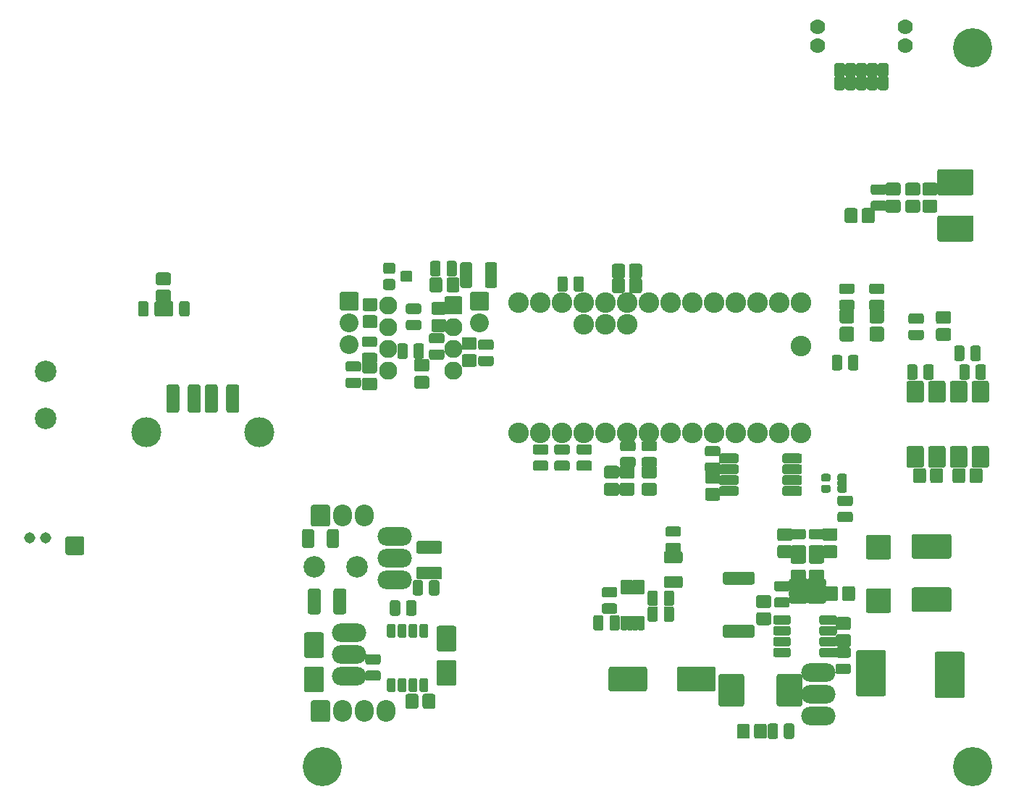
<source format=gts>
G04 #@! TF.GenerationSoftware,KiCad,Pcbnew,5.1.9+dfsg1-1~bpo10+1*
G04 #@! TF.CreationDate,2021-11-10T17:09:55+00:00*
G04 #@! TF.ProjectId,dropbot_control_board,64726f70-626f-4745-9f63-6f6e74726f6c,v3.6*
G04 #@! TF.SameCoordinates,Original*
G04 #@! TF.FileFunction,Soldermask,Top*
G04 #@! TF.FilePolarity,Negative*
%FSLAX46Y46*%
G04 Gerber Fmt 4.6, Leading zero omitted, Abs format (unit mm)*
G04 Created by KiCad (PCBNEW 5.1.9+dfsg1-1~bpo10+1) date 2021-11-10 17:09:55*
%MOMM*%
%LPD*%
G01*
G04 APERTURE LIST*
%ADD10C,3.508000*%
%ADD11O,2.235200X2.540000*%
%ADD12O,4.008120X2.207260*%
%ADD13C,2.506980*%
%ADD14C,1.778000*%
%ADD15C,4.572000*%
%ADD16C,1.308000*%
%ADD17C,2.508000*%
%ADD18O,2.208000X2.208000*%
%ADD19O,2.108000X2.108000*%
%ADD20C,2.408000*%
G04 APERTURE END LIST*
G36*
G01*
X128138000Y-95393000D02*
X128138000Y-95993000D01*
G75*
G02*
X127884000Y-96247000I-254000J0D01*
G01*
X126334000Y-96247000D01*
G75*
G02*
X126080000Y-95993000I0J254000D01*
G01*
X126080000Y-95393000D01*
G75*
G02*
X126334000Y-95139000I254000J0D01*
G01*
X127884000Y-95139000D01*
G75*
G02*
X128138000Y-95393000I0J-254000D01*
G01*
G37*
G36*
G01*
X128138000Y-94123000D02*
X128138000Y-94723000D01*
G75*
G02*
X127884000Y-94977000I-254000J0D01*
G01*
X126334000Y-94977000D01*
G75*
G02*
X126080000Y-94723000I0J254000D01*
G01*
X126080000Y-94123000D01*
G75*
G02*
X126334000Y-93869000I254000J0D01*
G01*
X127884000Y-93869000D01*
G75*
G02*
X128138000Y-94123000I0J-254000D01*
G01*
G37*
G36*
G01*
X128138000Y-92853000D02*
X128138000Y-93453000D01*
G75*
G02*
X127884000Y-93707000I-254000J0D01*
G01*
X126334000Y-93707000D01*
G75*
G02*
X126080000Y-93453000I0J254000D01*
G01*
X126080000Y-92853000D01*
G75*
G02*
X126334000Y-92599000I254000J0D01*
G01*
X127884000Y-92599000D01*
G75*
G02*
X128138000Y-92853000I0J-254000D01*
G01*
G37*
G36*
G01*
X128138000Y-91583000D02*
X128138000Y-92183000D01*
G75*
G02*
X127884000Y-92437000I-254000J0D01*
G01*
X126334000Y-92437000D01*
G75*
G02*
X126080000Y-92183000I0J254000D01*
G01*
X126080000Y-91583000D01*
G75*
G02*
X126334000Y-91329000I254000J0D01*
G01*
X127884000Y-91329000D01*
G75*
G02*
X128138000Y-91583000I0J-254000D01*
G01*
G37*
G36*
G01*
X122738000Y-91583000D02*
X122738000Y-92183000D01*
G75*
G02*
X122484000Y-92437000I-254000J0D01*
G01*
X120934000Y-92437000D01*
G75*
G02*
X120680000Y-92183000I0J254000D01*
G01*
X120680000Y-91583000D01*
G75*
G02*
X120934000Y-91329000I254000J0D01*
G01*
X122484000Y-91329000D01*
G75*
G02*
X122738000Y-91583000I0J-254000D01*
G01*
G37*
G36*
G01*
X122738000Y-92853000D02*
X122738000Y-93453000D01*
G75*
G02*
X122484000Y-93707000I-254000J0D01*
G01*
X120934000Y-93707000D01*
G75*
G02*
X120680000Y-93453000I0J254000D01*
G01*
X120680000Y-92853000D01*
G75*
G02*
X120934000Y-92599000I254000J0D01*
G01*
X122484000Y-92599000D01*
G75*
G02*
X122738000Y-92853000I0J-254000D01*
G01*
G37*
G36*
G01*
X122738000Y-94123000D02*
X122738000Y-94723000D01*
G75*
G02*
X122484000Y-94977000I-254000J0D01*
G01*
X120934000Y-94977000D01*
G75*
G02*
X120680000Y-94723000I0J254000D01*
G01*
X120680000Y-94123000D01*
G75*
G02*
X120934000Y-93869000I254000J0D01*
G01*
X122484000Y-93869000D01*
G75*
G02*
X122738000Y-94123000I0J-254000D01*
G01*
G37*
G36*
G01*
X122738000Y-95393000D02*
X122738000Y-95993000D01*
G75*
G02*
X122484000Y-96247000I-254000J0D01*
G01*
X120934000Y-96247000D01*
G75*
G02*
X120680000Y-95993000I0J254000D01*
G01*
X120680000Y-95393000D01*
G75*
G02*
X120934000Y-95139000I254000J0D01*
G01*
X122484000Y-95139000D01*
G75*
G02*
X122738000Y-95393000I0J-254000D01*
G01*
G37*
G36*
G01*
X114346000Y-73315001D02*
X114346000Y-72674999D01*
G75*
G02*
X114599999Y-72421000I253999J0D01*
G01*
X116400001Y-72421000D01*
G75*
G02*
X116654000Y-72674999I0J-253999D01*
G01*
X116654000Y-73315001D01*
G75*
G02*
X116400001Y-73569000I-253999J0D01*
G01*
X114599999Y-73569000D01*
G75*
G02*
X114346000Y-73315001I0J253999D01*
G01*
G37*
G36*
G01*
X114346000Y-74585001D02*
X114346000Y-73944999D01*
G75*
G02*
X114599999Y-73691000I253999J0D01*
G01*
X116400001Y-73691000D01*
G75*
G02*
X116654000Y-73944999I0J-253999D01*
G01*
X116654000Y-74585001D01*
G75*
G02*
X116400001Y-74839000I-253999J0D01*
G01*
X114599999Y-74839000D01*
G75*
G02*
X114346000Y-74585001I0J253999D01*
G01*
G37*
G36*
G01*
X114346000Y-75855001D02*
X114346000Y-75214999D01*
G75*
G02*
X114599999Y-74961000I253999J0D01*
G01*
X116400001Y-74961000D01*
G75*
G02*
X116654000Y-75214999I0J-253999D01*
G01*
X116654000Y-75855001D01*
G75*
G02*
X116400001Y-76109000I-253999J0D01*
G01*
X114599999Y-76109000D01*
G75*
G02*
X114346000Y-75855001I0J253999D01*
G01*
G37*
G36*
G01*
X114346000Y-77125001D02*
X114346000Y-76484999D01*
G75*
G02*
X114599999Y-76231000I253999J0D01*
G01*
X116400001Y-76231000D01*
G75*
G02*
X116654000Y-76484999I0J-253999D01*
G01*
X116654000Y-77125001D01*
G75*
G02*
X116400001Y-77379000I-253999J0D01*
G01*
X114599999Y-77379000D01*
G75*
G02*
X114346000Y-77125001I0J253999D01*
G01*
G37*
G36*
G01*
X121746000Y-77125001D02*
X121746000Y-76484999D01*
G75*
G02*
X121999999Y-76231000I253999J0D01*
G01*
X123800001Y-76231000D01*
G75*
G02*
X124054000Y-76484999I0J-253999D01*
G01*
X124054000Y-77125001D01*
G75*
G02*
X123800001Y-77379000I-253999J0D01*
G01*
X121999999Y-77379000D01*
G75*
G02*
X121746000Y-77125001I0J253999D01*
G01*
G37*
G36*
G01*
X121746000Y-75855001D02*
X121746000Y-75214999D01*
G75*
G02*
X121999999Y-74961000I253999J0D01*
G01*
X123800001Y-74961000D01*
G75*
G02*
X124054000Y-75214999I0J-253999D01*
G01*
X124054000Y-75855001D01*
G75*
G02*
X123800001Y-76109000I-253999J0D01*
G01*
X121999999Y-76109000D01*
G75*
G02*
X121746000Y-75855001I0J253999D01*
G01*
G37*
G36*
G01*
X121746000Y-74585001D02*
X121746000Y-73944999D01*
G75*
G02*
X121999999Y-73691000I253999J0D01*
G01*
X123800001Y-73691000D01*
G75*
G02*
X124054000Y-73944999I0J-253999D01*
G01*
X124054000Y-74585001D01*
G75*
G02*
X123800001Y-74839000I-253999J0D01*
G01*
X121999999Y-74839000D01*
G75*
G02*
X121746000Y-74585001I0J253999D01*
G01*
G37*
G36*
G01*
X121746000Y-73315001D02*
X121746000Y-72674999D01*
G75*
G02*
X121999999Y-72421000I253999J0D01*
G01*
X123800001Y-72421000D01*
G75*
G02*
X124054000Y-72674999I0J-253999D01*
G01*
X124054000Y-73315001D01*
G75*
G02*
X123800001Y-73569000I-253999J0D01*
G01*
X121999999Y-73569000D01*
G75*
G02*
X121746000Y-73315001I0J253999D01*
G01*
G37*
G36*
G01*
X126617500Y-89957500D02*
X124890500Y-89957500D01*
G75*
G02*
X124636500Y-89703500I0J254000D01*
G01*
X124636500Y-89246500D01*
G75*
G02*
X124890500Y-88992500I254000J0D01*
G01*
X126617500Y-88992500D01*
G75*
G02*
X126871500Y-89246500I0J-254000D01*
G01*
X126871500Y-89703500D01*
G75*
G02*
X126617500Y-89957500I-254000J0D01*
G01*
G37*
G36*
G01*
X126617500Y-89307500D02*
X124890500Y-89307500D01*
G75*
G02*
X124636500Y-89053500I0J254000D01*
G01*
X124636500Y-88596500D01*
G75*
G02*
X124890500Y-88342500I254000J0D01*
G01*
X126617500Y-88342500D01*
G75*
G02*
X126871500Y-88596500I0J-254000D01*
G01*
X126871500Y-89053500D01*
G75*
G02*
X126617500Y-89307500I-254000J0D01*
G01*
G37*
G36*
G01*
X126617500Y-88657500D02*
X124890500Y-88657500D01*
G75*
G02*
X124636500Y-88403500I0J254000D01*
G01*
X124636500Y-87946500D01*
G75*
G02*
X124890500Y-87692500I254000J0D01*
G01*
X126617500Y-87692500D01*
G75*
G02*
X126871500Y-87946500I0J-254000D01*
G01*
X126871500Y-88403500D01*
G75*
G02*
X126617500Y-88657500I-254000J0D01*
G01*
G37*
G36*
G01*
X126617500Y-88007500D02*
X124890500Y-88007500D01*
G75*
G02*
X124636500Y-87753500I0J254000D01*
G01*
X124636500Y-87296500D01*
G75*
G02*
X124890500Y-87042500I254000J0D01*
G01*
X126617500Y-87042500D01*
G75*
G02*
X126871500Y-87296500I0J-254000D01*
G01*
X126871500Y-87753500D01*
G75*
G02*
X126617500Y-88007500I-254000J0D01*
G01*
G37*
G36*
G01*
X124509500Y-88007500D02*
X122782500Y-88007500D01*
G75*
G02*
X122528500Y-87753500I0J254000D01*
G01*
X122528500Y-87296500D01*
G75*
G02*
X122782500Y-87042500I254000J0D01*
G01*
X124509500Y-87042500D01*
G75*
G02*
X124763500Y-87296500I0J-254000D01*
G01*
X124763500Y-87753500D01*
G75*
G02*
X124509500Y-88007500I-254000J0D01*
G01*
G37*
G36*
G01*
X124509500Y-88657500D02*
X122782500Y-88657500D01*
G75*
G02*
X122528500Y-88403500I0J254000D01*
G01*
X122528500Y-87946500D01*
G75*
G02*
X122782500Y-87692500I254000J0D01*
G01*
X124509500Y-87692500D01*
G75*
G02*
X124763500Y-87946500I0J-254000D01*
G01*
X124763500Y-88403500D01*
G75*
G02*
X124509500Y-88657500I-254000J0D01*
G01*
G37*
G36*
G01*
X124509500Y-89307500D02*
X122782500Y-89307500D01*
G75*
G02*
X122528500Y-89053500I0J254000D01*
G01*
X122528500Y-88596500D01*
G75*
G02*
X122782500Y-88342500I254000J0D01*
G01*
X124509500Y-88342500D01*
G75*
G02*
X124763500Y-88596500I0J-254000D01*
G01*
X124763500Y-89053500D01*
G75*
G02*
X124509500Y-89307500I-254000J0D01*
G01*
G37*
G36*
G01*
X124509500Y-89957500D02*
X122782500Y-89957500D01*
G75*
G02*
X122528500Y-89703500I0J254000D01*
G01*
X122528500Y-89246500D01*
G75*
G02*
X122782500Y-88992500I254000J0D01*
G01*
X124509500Y-88992500D01*
G75*
G02*
X124763500Y-89246500I0J-254000D01*
G01*
X124763500Y-89703500D01*
G75*
G02*
X124509500Y-89957500I-254000J0D01*
G01*
G37*
G36*
G01*
X54500000Y-64346000D02*
X55500000Y-64346000D01*
G75*
G02*
X55754000Y-64600000I0J-254000D01*
G01*
X55754000Y-67400000D01*
G75*
G02*
X55500000Y-67654000I-254000J0D01*
G01*
X54500000Y-67654000D01*
G75*
G02*
X54246000Y-67400000I0J254000D01*
G01*
X54246000Y-64600000D01*
G75*
G02*
X54500000Y-64346000I254000J0D01*
G01*
G37*
G36*
G01*
X57000000Y-64346000D02*
X58000000Y-64346000D01*
G75*
G02*
X58254000Y-64600000I0J-254000D01*
G01*
X58254000Y-67400000D01*
G75*
G02*
X58000000Y-67654000I-254000J0D01*
G01*
X57000000Y-67654000D01*
G75*
G02*
X56746000Y-67400000I0J254000D01*
G01*
X56746000Y-64600000D01*
G75*
G02*
X57000000Y-64346000I254000J0D01*
G01*
G37*
G36*
G01*
X52500000Y-64346000D02*
X53500000Y-64346000D01*
G75*
G02*
X53754000Y-64600000I0J-254000D01*
G01*
X53754000Y-67400000D01*
G75*
G02*
X53500000Y-67654000I-254000J0D01*
G01*
X52500000Y-67654000D01*
G75*
G02*
X52246000Y-67400000I0J254000D01*
G01*
X52246000Y-64600000D01*
G75*
G02*
X52500000Y-64346000I254000J0D01*
G01*
G37*
G36*
G01*
X50000000Y-64346000D02*
X51000000Y-64346000D01*
G75*
G02*
X51254000Y-64600000I0J-254000D01*
G01*
X51254000Y-67400000D01*
G75*
G02*
X51000000Y-67654000I-254000J0D01*
G01*
X50000000Y-67654000D01*
G75*
G02*
X49746000Y-67400000I0J254000D01*
G01*
X49746000Y-64600000D01*
G75*
G02*
X50000000Y-64346000I254000J0D01*
G01*
G37*
D10*
X60570000Y-69900000D03*
X47430000Y-69900000D03*
G36*
G01*
X68630600Y-103821000D02*
X66903400Y-103821000D01*
G75*
G02*
X66649400Y-103567000I0J254000D01*
G01*
X66649400Y-101535000D01*
G75*
G02*
X66903400Y-101281000I254000J0D01*
G01*
X68630600Y-101281000D01*
G75*
G02*
X68884600Y-101535000I0J-254000D01*
G01*
X68884600Y-103567000D01*
G75*
G02*
X68630600Y-103821000I-254000J0D01*
G01*
G37*
D11*
X70307000Y-102551000D03*
X72847000Y-102551000D03*
X75387000Y-102551000D03*
G36*
G01*
X132200560Y-55497540D02*
X133399440Y-55497540D01*
G75*
G02*
X133653440Y-55751540I0J-254000D01*
G01*
X133653440Y-56950420D01*
G75*
G02*
X133399440Y-57204420I-254000J0D01*
G01*
X132200560Y-57204420D01*
G75*
G02*
X131946560Y-56950420I0J254000D01*
G01*
X131946560Y-55751540D01*
G75*
G02*
X132200560Y-55497540I254000J0D01*
G01*
G37*
G36*
G01*
X132200560Y-57595580D02*
X133399440Y-57595580D01*
G75*
G02*
X133653440Y-57849580I0J-254000D01*
G01*
X133653440Y-59048460D01*
G75*
G02*
X133399440Y-59302460I-254000J0D01*
G01*
X132200560Y-59302460D01*
G75*
G02*
X131946560Y-59048460I0J254000D01*
G01*
X131946560Y-57849580D01*
G75*
G02*
X132200560Y-57595580I254000J0D01*
G01*
G37*
G36*
G01*
X128700560Y-55497540D02*
X129899440Y-55497540D01*
G75*
G02*
X130153440Y-55751540I0J-254000D01*
G01*
X130153440Y-56950420D01*
G75*
G02*
X129899440Y-57204420I-254000J0D01*
G01*
X128700560Y-57204420D01*
G75*
G02*
X128446560Y-56950420I0J254000D01*
G01*
X128446560Y-55751540D01*
G75*
G02*
X128700560Y-55497540I254000J0D01*
G01*
G37*
G36*
G01*
X128700560Y-57595580D02*
X129899440Y-57595580D01*
G75*
G02*
X130153440Y-57849580I0J-254000D01*
G01*
X130153440Y-59048460D01*
G75*
G02*
X129899440Y-59302460I-254000J0D01*
G01*
X128700560Y-59302460D01*
G75*
G02*
X128446560Y-59048460I0J254000D01*
G01*
X128446560Y-57849580D01*
G75*
G02*
X128700560Y-57595580I254000J0D01*
G01*
G37*
D12*
X76403000Y-84644000D03*
X76403000Y-87184000D03*
X76403000Y-82104000D03*
X71069000Y-95947000D03*
X71069000Y-98487000D03*
X71069000Y-93407000D03*
X126000000Y-100600000D03*
X126000000Y-98060000D03*
X126000000Y-103140000D03*
G36*
G01*
X134215000Y-84819000D02*
X131785000Y-84819000D01*
G75*
G02*
X131531000Y-84565000I0J254000D01*
G01*
X131531000Y-82195000D01*
G75*
G02*
X131785000Y-81941000I254000J0D01*
G01*
X134215000Y-81941000D01*
G75*
G02*
X134469000Y-82195000I0J-254000D01*
G01*
X134469000Y-84565000D01*
G75*
G02*
X134215000Y-84819000I-254000J0D01*
G01*
G37*
G36*
G01*
X134215000Y-91059000D02*
X131785000Y-91059000D01*
G75*
G02*
X131531000Y-90805000I0J254000D01*
G01*
X131531000Y-88435000D01*
G75*
G02*
X131785000Y-88181000I254000J0D01*
G01*
X134215000Y-88181000D01*
G75*
G02*
X134469000Y-88435000I0J-254000D01*
G01*
X134469000Y-90805000D01*
G75*
G02*
X134215000Y-91059000I-254000J0D01*
G01*
G37*
G36*
G01*
X141265000Y-84719000D02*
X137135000Y-84719000D01*
G75*
G02*
X136881000Y-84465000I0J254000D01*
G01*
X136881000Y-82095000D01*
G75*
G02*
X137135000Y-81841000I254000J0D01*
G01*
X141265000Y-81841000D01*
G75*
G02*
X141519000Y-82095000I0J-254000D01*
G01*
X141519000Y-84465000D01*
G75*
G02*
X141265000Y-84719000I-254000J0D01*
G01*
G37*
G36*
G01*
X141265000Y-90959000D02*
X137135000Y-90959000D01*
G75*
G02*
X136881000Y-90705000I0J254000D01*
G01*
X136881000Y-88335000D01*
G75*
G02*
X137135000Y-88081000I254000J0D01*
G01*
X141265000Y-88081000D01*
G75*
G02*
X141519000Y-88335000I0J-254000D01*
G01*
X141519000Y-90705000D01*
G75*
G02*
X141265000Y-90959000I-254000J0D01*
G01*
G37*
G36*
G01*
X105679000Y-87450000D02*
X105679000Y-88650000D01*
G75*
G02*
X105425000Y-88904000I-254000J0D01*
G01*
X105025000Y-88904000D01*
G75*
G02*
X104771000Y-88650000I0J254000D01*
G01*
X104771000Y-87450000D01*
G75*
G02*
X105025000Y-87196000I254000J0D01*
G01*
X105425000Y-87196000D01*
G75*
G02*
X105679000Y-87450000I0J-254000D01*
G01*
G37*
G36*
G01*
X105029000Y-87450000D02*
X105029000Y-88650000D01*
G75*
G02*
X104775000Y-88904000I-254000J0D01*
G01*
X104375000Y-88904000D01*
G75*
G02*
X104121000Y-88650000I0J254000D01*
G01*
X104121000Y-87450000D01*
G75*
G02*
X104375000Y-87196000I254000J0D01*
G01*
X104775000Y-87196000D01*
G75*
G02*
X105029000Y-87450000I0J-254000D01*
G01*
G37*
G36*
G01*
X104379000Y-87450000D02*
X104379000Y-88650000D01*
G75*
G02*
X104125000Y-88904000I-254000J0D01*
G01*
X103725000Y-88904000D01*
G75*
G02*
X103471000Y-88650000I0J254000D01*
G01*
X103471000Y-87450000D01*
G75*
G02*
X103725000Y-87196000I254000J0D01*
G01*
X104125000Y-87196000D01*
G75*
G02*
X104379000Y-87450000I0J-254000D01*
G01*
G37*
G36*
G01*
X103729000Y-87450000D02*
X103729000Y-88650000D01*
G75*
G02*
X103475000Y-88904000I-254000J0D01*
G01*
X103075000Y-88904000D01*
G75*
G02*
X102821000Y-88650000I0J254000D01*
G01*
X102821000Y-87450000D01*
G75*
G02*
X103075000Y-87196000I254000J0D01*
G01*
X103475000Y-87196000D01*
G75*
G02*
X103729000Y-87450000I0J-254000D01*
G01*
G37*
G36*
G01*
X103729000Y-91650000D02*
X103729000Y-92850000D01*
G75*
G02*
X103475000Y-93104000I-254000J0D01*
G01*
X103075000Y-93104000D01*
G75*
G02*
X102821000Y-92850000I0J254000D01*
G01*
X102821000Y-91650000D01*
G75*
G02*
X103075000Y-91396000I254000J0D01*
G01*
X103475000Y-91396000D01*
G75*
G02*
X103729000Y-91650000I0J-254000D01*
G01*
G37*
G36*
G01*
X104379000Y-91650000D02*
X104379000Y-92850000D01*
G75*
G02*
X104125000Y-93104000I-254000J0D01*
G01*
X103725000Y-93104000D01*
G75*
G02*
X103471000Y-92850000I0J254000D01*
G01*
X103471000Y-91650000D01*
G75*
G02*
X103725000Y-91396000I254000J0D01*
G01*
X104125000Y-91396000D01*
G75*
G02*
X104379000Y-91650000I0J-254000D01*
G01*
G37*
G36*
G01*
X105029000Y-91650000D02*
X105029000Y-92850000D01*
G75*
G02*
X104775000Y-93104000I-254000J0D01*
G01*
X104375000Y-93104000D01*
G75*
G02*
X104121000Y-92850000I0J254000D01*
G01*
X104121000Y-91650000D01*
G75*
G02*
X104375000Y-91396000I254000J0D01*
G01*
X104775000Y-91396000D01*
G75*
G02*
X105029000Y-91650000I0J-254000D01*
G01*
G37*
G36*
G01*
X105679000Y-91650000D02*
X105679000Y-92850000D01*
G75*
G02*
X105425000Y-93104000I-254000J0D01*
G01*
X105025000Y-93104000D01*
G75*
G02*
X104771000Y-92850000I0J254000D01*
G01*
X104771000Y-91650000D01*
G75*
G02*
X105025000Y-91396000I254000J0D01*
G01*
X105425000Y-91396000D01*
G75*
G02*
X105679000Y-91650000I0J-254000D01*
G01*
G37*
G36*
G01*
X109446250Y-100000150D02*
X109446250Y-97599850D01*
G75*
G02*
X109700250Y-97345850I254000J0D01*
G01*
X113700750Y-97345850D01*
G75*
G02*
X113954750Y-97599850I0J-254000D01*
G01*
X113954750Y-100000150D01*
G75*
G02*
X113700750Y-100254150I-254000J0D01*
G01*
X109700250Y-100254150D01*
G75*
G02*
X109446250Y-100000150I0J254000D01*
G01*
G37*
G36*
G01*
X101445250Y-100000150D02*
X101445250Y-97599850D01*
G75*
G02*
X101699250Y-97345850I254000J0D01*
G01*
X105699750Y-97345850D01*
G75*
G02*
X105953750Y-97599850I0J-254000D01*
G01*
X105953750Y-100000150D01*
G75*
G02*
X105699750Y-100254150I-254000J0D01*
G01*
X101699250Y-100254150D01*
G75*
G02*
X101445250Y-100000150I0J254000D01*
G01*
G37*
G36*
G01*
X68630600Y-80961000D02*
X66903400Y-80961000D01*
G75*
G02*
X66649400Y-80707000I0J254000D01*
G01*
X66649400Y-78675000D01*
G75*
G02*
X66903400Y-78421000I254000J0D01*
G01*
X68630600Y-78421000D01*
G75*
G02*
X68884600Y-78675000I0J-254000D01*
G01*
X68884600Y-80707000D01*
G75*
G02*
X68630600Y-80961000I-254000J0D01*
G01*
G37*
D11*
X70307000Y-79691000D03*
X72847000Y-79691000D03*
G36*
G01*
X66104570Y-93333340D02*
X67905430Y-93333340D01*
G75*
G02*
X68159430Y-93587340I0J-254000D01*
G01*
X68159430Y-96086700D01*
G75*
G02*
X67905430Y-96340700I-254000J0D01*
G01*
X66104570Y-96340700D01*
G75*
G02*
X65850570Y-96086700I0J254000D01*
G01*
X65850570Y-93587340D01*
G75*
G02*
X66104570Y-93333340I254000J0D01*
G01*
G37*
G36*
G01*
X66104570Y-97331300D02*
X67905430Y-97331300D01*
G75*
G02*
X68159430Y-97585300I0J-254000D01*
G01*
X68159430Y-100084660D01*
G75*
G02*
X67905430Y-100338660I-254000J0D01*
G01*
X66104570Y-100338660D01*
G75*
G02*
X65850570Y-100084660I0J254000D01*
G01*
X65850570Y-97585300D01*
G75*
G02*
X66104570Y-97331300I254000J0D01*
G01*
G37*
G36*
G01*
X81598570Y-92571340D02*
X83399430Y-92571340D01*
G75*
G02*
X83653430Y-92825340I0J-254000D01*
G01*
X83653430Y-95324700D01*
G75*
G02*
X83399430Y-95578700I-254000J0D01*
G01*
X81598570Y-95578700D01*
G75*
G02*
X81344570Y-95324700I0J254000D01*
G01*
X81344570Y-92825340D01*
G75*
G02*
X81598570Y-92571340I254000J0D01*
G01*
G37*
G36*
G01*
X81598570Y-96569300D02*
X83399430Y-96569300D01*
G75*
G02*
X83653430Y-96823300I0J-254000D01*
G01*
X83653430Y-99322660D01*
G75*
G02*
X83399430Y-99576660I-254000J0D01*
G01*
X81598570Y-99576660D01*
G75*
G02*
X81344570Y-99322660I0J254000D01*
G01*
X81344570Y-96823300D01*
G75*
G02*
X81598570Y-96569300I254000J0D01*
G01*
G37*
D13*
X72044360Y-85660000D03*
X67043100Y-85660000D03*
G36*
G01*
X75514000Y-93724500D02*
X75514000Y-92581500D01*
G75*
G02*
X75768000Y-92327500I254000J0D01*
G01*
X76276000Y-92327500D01*
G75*
G02*
X76530000Y-92581500I0J-254000D01*
G01*
X76530000Y-93724500D01*
G75*
G02*
X76276000Y-93978500I-254000J0D01*
G01*
X75768000Y-93978500D01*
G75*
G02*
X75514000Y-93724500I0J254000D01*
G01*
G37*
G36*
G01*
X76784000Y-93724500D02*
X76784000Y-92581500D01*
G75*
G02*
X77038000Y-92327500I254000J0D01*
G01*
X77546000Y-92327500D01*
G75*
G02*
X77800000Y-92581500I0J-254000D01*
G01*
X77800000Y-93724500D01*
G75*
G02*
X77546000Y-93978500I-254000J0D01*
G01*
X77038000Y-93978500D01*
G75*
G02*
X76784000Y-93724500I0J254000D01*
G01*
G37*
G36*
G01*
X78054000Y-93724500D02*
X78054000Y-92581500D01*
G75*
G02*
X78308000Y-92327500I254000J0D01*
G01*
X78816000Y-92327500D01*
G75*
G02*
X79070000Y-92581500I0J-254000D01*
G01*
X79070000Y-93724500D01*
G75*
G02*
X78816000Y-93978500I-254000J0D01*
G01*
X78308000Y-93978500D01*
G75*
G02*
X78054000Y-93724500I0J254000D01*
G01*
G37*
G36*
G01*
X79324000Y-93724500D02*
X79324000Y-92581500D01*
G75*
G02*
X79578000Y-92327500I254000J0D01*
G01*
X80086000Y-92327500D01*
G75*
G02*
X80340000Y-92581500I0J-254000D01*
G01*
X80340000Y-93724500D01*
G75*
G02*
X80086000Y-93978500I-254000J0D01*
G01*
X79578000Y-93978500D01*
G75*
G02*
X79324000Y-93724500I0J254000D01*
G01*
G37*
G36*
G01*
X79324000Y-100074500D02*
X79324000Y-98931500D01*
G75*
G02*
X79578000Y-98677500I254000J0D01*
G01*
X80086000Y-98677500D01*
G75*
G02*
X80340000Y-98931500I0J-254000D01*
G01*
X80340000Y-100074500D01*
G75*
G02*
X80086000Y-100328500I-254000J0D01*
G01*
X79578000Y-100328500D01*
G75*
G02*
X79324000Y-100074500I0J254000D01*
G01*
G37*
G36*
G01*
X78054000Y-100074500D02*
X78054000Y-98931500D01*
G75*
G02*
X78308000Y-98677500I254000J0D01*
G01*
X78816000Y-98677500D01*
G75*
G02*
X79070000Y-98931500I0J-254000D01*
G01*
X79070000Y-100074500D01*
G75*
G02*
X78816000Y-100328500I-254000J0D01*
G01*
X78308000Y-100328500D01*
G75*
G02*
X78054000Y-100074500I0J254000D01*
G01*
G37*
G36*
G01*
X76784000Y-100074500D02*
X76784000Y-98931500D01*
G75*
G02*
X77038000Y-98677500I254000J0D01*
G01*
X77546000Y-98677500D01*
G75*
G02*
X77800000Y-98931500I0J-254000D01*
G01*
X77800000Y-100074500D01*
G75*
G02*
X77546000Y-100328500I-254000J0D01*
G01*
X77038000Y-100328500D01*
G75*
G02*
X76784000Y-100074500I0J254000D01*
G01*
G37*
G36*
G01*
X75514000Y-100074500D02*
X75514000Y-98931500D01*
G75*
G02*
X75768000Y-98677500I254000J0D01*
G01*
X76276000Y-98677500D01*
G75*
G02*
X76530000Y-98931500I0J-254000D01*
G01*
X76530000Y-100074500D01*
G75*
G02*
X76276000Y-100328500I-254000J0D01*
G01*
X75768000Y-100328500D01*
G75*
G02*
X75514000Y-100074500I0J254000D01*
G01*
G37*
G36*
G01*
X141646000Y-75625000D02*
X141646000Y-74375000D01*
G75*
G02*
X141900000Y-74121000I254000J0D01*
G01*
X142900000Y-74121000D01*
G75*
G02*
X143154000Y-74375000I0J-254000D01*
G01*
X143154000Y-75625000D01*
G75*
G02*
X142900000Y-75879000I-254000J0D01*
G01*
X141900000Y-75879000D01*
G75*
G02*
X141646000Y-75625000I0J254000D01*
G01*
G37*
G36*
G01*
X143646000Y-75625000D02*
X143646000Y-74375000D01*
G75*
G02*
X143900000Y-74121000I254000J0D01*
G01*
X144900000Y-74121000D01*
G75*
G02*
X145154000Y-74375000I0J-254000D01*
G01*
X145154000Y-75625000D01*
G75*
G02*
X144900000Y-75879000I-254000J0D01*
G01*
X143900000Y-75879000D01*
G75*
G02*
X143646000Y-75625000I0J254000D01*
G01*
G37*
G36*
G01*
X140554000Y-74375000D02*
X140554000Y-75625000D01*
G75*
G02*
X140300000Y-75879000I-254000J0D01*
G01*
X139300000Y-75879000D01*
G75*
G02*
X139046000Y-75625000I0J254000D01*
G01*
X139046000Y-74375000D01*
G75*
G02*
X139300000Y-74121000I254000J0D01*
G01*
X140300000Y-74121000D01*
G75*
G02*
X140554000Y-74375000I0J-254000D01*
G01*
G37*
G36*
G01*
X138554000Y-74375000D02*
X138554000Y-75625000D01*
G75*
G02*
X138300000Y-75879000I-254000J0D01*
G01*
X137300000Y-75879000D01*
G75*
G02*
X137046000Y-75625000I0J254000D01*
G01*
X137046000Y-74375000D01*
G75*
G02*
X137300000Y-74121000I254000J0D01*
G01*
X138300000Y-74121000D01*
G75*
G02*
X138554000Y-74375000I0J-254000D01*
G01*
G37*
G36*
G01*
X85775000Y-62304000D02*
X84525000Y-62304000D01*
G75*
G02*
X84271000Y-62050000I0J254000D01*
G01*
X84271000Y-61050000D01*
G75*
G02*
X84525000Y-60796000I254000J0D01*
G01*
X85775000Y-60796000D01*
G75*
G02*
X86029000Y-61050000I0J-254000D01*
G01*
X86029000Y-62050000D01*
G75*
G02*
X85775000Y-62304000I-254000J0D01*
G01*
G37*
G36*
G01*
X85775000Y-60304000D02*
X84525000Y-60304000D01*
G75*
G02*
X84271000Y-60050000I0J254000D01*
G01*
X84271000Y-59050000D01*
G75*
G02*
X84525000Y-58796000I254000J0D01*
G01*
X85775000Y-58796000D01*
G75*
G02*
X86029000Y-59050000I0J-254000D01*
G01*
X86029000Y-60050000D01*
G75*
G02*
X85775000Y-60304000I-254000J0D01*
G01*
G37*
G36*
G01*
X139454000Y-62250000D02*
X139454000Y-63550000D01*
G75*
G02*
X139200000Y-63804000I-254000J0D01*
G01*
X138500000Y-63804000D01*
G75*
G02*
X138246000Y-63550000I0J254000D01*
G01*
X138246000Y-62250000D01*
G75*
G02*
X138500000Y-61996000I254000J0D01*
G01*
X139200000Y-61996000D01*
G75*
G02*
X139454000Y-62250000I0J-254000D01*
G01*
G37*
G36*
G01*
X137554000Y-62250000D02*
X137554000Y-63550000D01*
G75*
G02*
X137300000Y-63804000I-254000J0D01*
G01*
X136600000Y-63804000D01*
G75*
G02*
X136346000Y-63550000I0J254000D01*
G01*
X136346000Y-62250000D01*
G75*
G02*
X136600000Y-61996000I254000J0D01*
G01*
X137300000Y-61996000D01*
G75*
G02*
X137554000Y-62250000I0J-254000D01*
G01*
G37*
G36*
G01*
X142446000Y-63550000D02*
X142446000Y-62250000D01*
G75*
G02*
X142700000Y-61996000I254000J0D01*
G01*
X143400000Y-61996000D01*
G75*
G02*
X143654000Y-62250000I0J-254000D01*
G01*
X143654000Y-63550000D01*
G75*
G02*
X143400000Y-63804000I-254000J0D01*
G01*
X142700000Y-63804000D01*
G75*
G02*
X142446000Y-63550000I0J254000D01*
G01*
G37*
G36*
G01*
X144346000Y-63550000D02*
X144346000Y-62250000D01*
G75*
G02*
X144600000Y-61996000I254000J0D01*
G01*
X145300000Y-61996000D01*
G75*
G02*
X145554000Y-62250000I0J-254000D01*
G01*
X145554000Y-63550000D01*
G75*
G02*
X145300000Y-63804000I-254000J0D01*
G01*
X144600000Y-63804000D01*
G75*
G02*
X144346000Y-63550000I0J254000D01*
G01*
G37*
G36*
G01*
X145926000Y-64174000D02*
X145926000Y-66206000D01*
G75*
G02*
X145672000Y-66460000I-254000J0D01*
G01*
X144148000Y-66460000D01*
G75*
G02*
X143894000Y-66206000I0J254000D01*
G01*
X143894000Y-64174000D01*
G75*
G02*
X144148000Y-63920000I254000J0D01*
G01*
X145672000Y-63920000D01*
G75*
G02*
X145926000Y-64174000I0J-254000D01*
G01*
G37*
G36*
G01*
X143386000Y-64174000D02*
X143386000Y-66206000D01*
G75*
G02*
X143132000Y-66460000I-254000J0D01*
G01*
X141608000Y-66460000D01*
G75*
G02*
X141354000Y-66206000I0J254000D01*
G01*
X141354000Y-64174000D01*
G75*
G02*
X141608000Y-63920000I254000J0D01*
G01*
X143132000Y-63920000D01*
G75*
G02*
X143386000Y-64174000I0J-254000D01*
G01*
G37*
G36*
G01*
X140846000Y-64174000D02*
X140846000Y-66206000D01*
G75*
G02*
X140592000Y-66460000I-254000J0D01*
G01*
X139068000Y-66460000D01*
G75*
G02*
X138814000Y-66206000I0J254000D01*
G01*
X138814000Y-64174000D01*
G75*
G02*
X139068000Y-63920000I254000J0D01*
G01*
X140592000Y-63920000D01*
G75*
G02*
X140846000Y-64174000I0J-254000D01*
G01*
G37*
G36*
G01*
X138306000Y-64174000D02*
X138306000Y-66206000D01*
G75*
G02*
X138052000Y-66460000I-254000J0D01*
G01*
X136528000Y-66460000D01*
G75*
G02*
X136274000Y-66206000I0J254000D01*
G01*
X136274000Y-64174000D01*
G75*
G02*
X136528000Y-63920000I254000J0D01*
G01*
X138052000Y-63920000D01*
G75*
G02*
X138306000Y-64174000I0J-254000D01*
G01*
G37*
G36*
G01*
X138306000Y-71794000D02*
X138306000Y-73826000D01*
G75*
G02*
X138052000Y-74080000I-254000J0D01*
G01*
X136528000Y-74080000D01*
G75*
G02*
X136274000Y-73826000I0J254000D01*
G01*
X136274000Y-71794000D01*
G75*
G02*
X136528000Y-71540000I254000J0D01*
G01*
X138052000Y-71540000D01*
G75*
G02*
X138306000Y-71794000I0J-254000D01*
G01*
G37*
G36*
G01*
X140846000Y-71794000D02*
X140846000Y-73826000D01*
G75*
G02*
X140592000Y-74080000I-254000J0D01*
G01*
X139068000Y-74080000D01*
G75*
G02*
X138814000Y-73826000I0J254000D01*
G01*
X138814000Y-71794000D01*
G75*
G02*
X139068000Y-71540000I254000J0D01*
G01*
X140592000Y-71540000D01*
G75*
G02*
X140846000Y-71794000I0J-254000D01*
G01*
G37*
G36*
G01*
X143386000Y-71794000D02*
X143386000Y-73826000D01*
G75*
G02*
X143132000Y-74080000I-254000J0D01*
G01*
X141608000Y-74080000D01*
G75*
G02*
X141354000Y-73826000I0J254000D01*
G01*
X141354000Y-71794000D01*
G75*
G02*
X141608000Y-71540000I254000J0D01*
G01*
X143132000Y-71540000D01*
G75*
G02*
X143386000Y-71794000I0J-254000D01*
G01*
G37*
G36*
G01*
X145926000Y-71794000D02*
X145926000Y-73826000D01*
G75*
G02*
X145672000Y-74080000I-254000J0D01*
G01*
X144148000Y-74080000D01*
G75*
G02*
X143894000Y-73826000I0J254000D01*
G01*
X143894000Y-71794000D01*
G75*
G02*
X144148000Y-71540000I254000J0D01*
G01*
X145672000Y-71540000D01*
G75*
G02*
X145926000Y-71794000I0J-254000D01*
G01*
G37*
G36*
G01*
X128275000Y-91546000D02*
X129525000Y-91546000D01*
G75*
G02*
X129779000Y-91800000I0J-254000D01*
G01*
X129779000Y-92800000D01*
G75*
G02*
X129525000Y-93054000I-254000J0D01*
G01*
X128275000Y-93054000D01*
G75*
G02*
X128021000Y-92800000I0J254000D01*
G01*
X128021000Y-91800000D01*
G75*
G02*
X128275000Y-91546000I254000J0D01*
G01*
G37*
G36*
G01*
X128275000Y-93546000D02*
X129525000Y-93546000D01*
G75*
G02*
X129779000Y-93800000I0J-254000D01*
G01*
X129779000Y-94800000D01*
G75*
G02*
X129525000Y-95054000I-254000J0D01*
G01*
X128275000Y-95054000D01*
G75*
G02*
X128021000Y-94800000I0J254000D01*
G01*
X128021000Y-93800000D01*
G75*
G02*
X128275000Y-93546000I254000J0D01*
G01*
G37*
G36*
G01*
X81205000Y-100783000D02*
X81205000Y-102033000D01*
G75*
G02*
X80951000Y-102287000I-254000J0D01*
G01*
X79951000Y-102287000D01*
G75*
G02*
X79697000Y-102033000I0J254000D01*
G01*
X79697000Y-100783000D01*
G75*
G02*
X79951000Y-100529000I254000J0D01*
G01*
X80951000Y-100529000D01*
G75*
G02*
X81205000Y-100783000I0J-254000D01*
G01*
G37*
G36*
G01*
X79205000Y-100783000D02*
X79205000Y-102033000D01*
G75*
G02*
X78951000Y-102287000I-254000J0D01*
G01*
X77951000Y-102287000D01*
G75*
G02*
X77697000Y-102033000I0J254000D01*
G01*
X77697000Y-100783000D01*
G75*
G02*
X77951000Y-100529000I254000J0D01*
G01*
X78951000Y-100529000D01*
G75*
G02*
X79205000Y-100783000I0J-254000D01*
G01*
G37*
G36*
G01*
X120208000Y-92494000D02*
X118958000Y-92494000D01*
G75*
G02*
X118704000Y-92240000I0J254000D01*
G01*
X118704000Y-91240000D01*
G75*
G02*
X118958000Y-90986000I254000J0D01*
G01*
X120208000Y-90986000D01*
G75*
G02*
X120462000Y-91240000I0J-254000D01*
G01*
X120462000Y-92240000D01*
G75*
G02*
X120208000Y-92494000I-254000J0D01*
G01*
G37*
G36*
G01*
X120208000Y-90494000D02*
X118958000Y-90494000D01*
G75*
G02*
X118704000Y-90240000I0J254000D01*
G01*
X118704000Y-89240000D01*
G75*
G02*
X118958000Y-88986000I254000J0D01*
G01*
X120208000Y-88986000D01*
G75*
G02*
X120462000Y-89240000I0J-254000D01*
G01*
X120462000Y-90240000D01*
G75*
G02*
X120208000Y-90494000I-254000J0D01*
G01*
G37*
G36*
G01*
X130254000Y-88175000D02*
X130254000Y-89425000D01*
G75*
G02*
X130000000Y-89679000I-254000J0D01*
G01*
X129000000Y-89679000D01*
G75*
G02*
X128746000Y-89425000I0J254000D01*
G01*
X128746000Y-88175000D01*
G75*
G02*
X129000000Y-87921000I254000J0D01*
G01*
X130000000Y-87921000D01*
G75*
G02*
X130254000Y-88175000I0J-254000D01*
G01*
G37*
G36*
G01*
X128254000Y-88175000D02*
X128254000Y-89425000D01*
G75*
G02*
X128000000Y-89679000I-254000J0D01*
G01*
X127000000Y-89679000D01*
G75*
G02*
X126746000Y-89425000I0J254000D01*
G01*
X126746000Y-88175000D01*
G75*
G02*
X127000000Y-87921000I254000J0D01*
G01*
X128000000Y-87921000D01*
G75*
G02*
X128254000Y-88175000I0J-254000D01*
G01*
G37*
G36*
G01*
X128650000Y-52546000D02*
X129950000Y-52546000D01*
G75*
G02*
X130204000Y-52800000I0J-254000D01*
G01*
X130204000Y-53500000D01*
G75*
G02*
X129950000Y-53754000I-254000J0D01*
G01*
X128650000Y-53754000D01*
G75*
G02*
X128396000Y-53500000I0J254000D01*
G01*
X128396000Y-52800000D01*
G75*
G02*
X128650000Y-52546000I254000J0D01*
G01*
G37*
G36*
G01*
X128650000Y-54446000D02*
X129950000Y-54446000D01*
G75*
G02*
X130204000Y-54700000I0J-254000D01*
G01*
X130204000Y-55400000D01*
G75*
G02*
X129950000Y-55654000I-254000J0D01*
G01*
X128650000Y-55654000D01*
G75*
G02*
X128396000Y-55400000I0J254000D01*
G01*
X128396000Y-54700000D01*
G75*
G02*
X128650000Y-54446000I254000J0D01*
G01*
G37*
G36*
G01*
X132150000Y-52546000D02*
X133450000Y-52546000D01*
G75*
G02*
X133704000Y-52800000I0J-254000D01*
G01*
X133704000Y-53500000D01*
G75*
G02*
X133450000Y-53754000I-254000J0D01*
G01*
X132150000Y-53754000D01*
G75*
G02*
X131896000Y-53500000I0J254000D01*
G01*
X131896000Y-52800000D01*
G75*
G02*
X132150000Y-52546000I254000J0D01*
G01*
G37*
G36*
G01*
X132150000Y-54446000D02*
X133450000Y-54446000D01*
G75*
G02*
X133704000Y-54700000I0J-254000D01*
G01*
X133704000Y-55400000D01*
G75*
G02*
X133450000Y-55654000I-254000J0D01*
G01*
X132150000Y-55654000D01*
G75*
G02*
X131896000Y-55400000I0J254000D01*
G01*
X131896000Y-54700000D01*
G75*
G02*
X132150000Y-54446000I254000J0D01*
G01*
G37*
G36*
G01*
X122350000Y-90454000D02*
X121050000Y-90454000D01*
G75*
G02*
X120796000Y-90200000I0J254000D01*
G01*
X120796000Y-89500000D01*
G75*
G02*
X121050000Y-89246000I254000J0D01*
G01*
X122350000Y-89246000D01*
G75*
G02*
X122604000Y-89500000I0J-254000D01*
G01*
X122604000Y-90200000D01*
G75*
G02*
X122350000Y-90454000I-254000J0D01*
G01*
G37*
G36*
G01*
X122350000Y-88554000D02*
X121050000Y-88554000D01*
G75*
G02*
X120796000Y-88300000I0J254000D01*
G01*
X120796000Y-87600000D01*
G75*
G02*
X121050000Y-87346000I254000J0D01*
G01*
X122350000Y-87346000D01*
G75*
G02*
X122604000Y-87600000I0J-254000D01*
G01*
X122604000Y-88300000D01*
G75*
G02*
X122350000Y-88554000I-254000J0D01*
G01*
G37*
G36*
G01*
X108350000Y-80946000D02*
X109650000Y-80946000D01*
G75*
G02*
X109904000Y-81200000I0J-254000D01*
G01*
X109904000Y-81900000D01*
G75*
G02*
X109650000Y-82154000I-254000J0D01*
G01*
X108350000Y-82154000D01*
G75*
G02*
X108096000Y-81900000I0J254000D01*
G01*
X108096000Y-81200000D01*
G75*
G02*
X108350000Y-80946000I254000J0D01*
G01*
G37*
G36*
G01*
X108350000Y-82846000D02*
X109650000Y-82846000D01*
G75*
G02*
X109904000Y-83100000I0J-254000D01*
G01*
X109904000Y-83800000D01*
G75*
G02*
X109650000Y-84054000I-254000J0D01*
G01*
X108350000Y-84054000D01*
G75*
G02*
X108096000Y-83800000I0J254000D01*
G01*
X108096000Y-83100000D01*
G75*
G02*
X108350000Y-82846000I254000J0D01*
G01*
G37*
G36*
G01*
X109104000Y-88700000D02*
X109104000Y-90000000D01*
G75*
G02*
X108850000Y-90254000I-254000J0D01*
G01*
X108150000Y-90254000D01*
G75*
G02*
X107896000Y-90000000I0J254000D01*
G01*
X107896000Y-88700000D01*
G75*
G02*
X108150000Y-88446000I254000J0D01*
G01*
X108850000Y-88446000D01*
G75*
G02*
X109104000Y-88700000I0J-254000D01*
G01*
G37*
G36*
G01*
X107204000Y-88700000D02*
X107204000Y-90000000D01*
G75*
G02*
X106950000Y-90254000I-254000J0D01*
G01*
X106250000Y-90254000D01*
G75*
G02*
X105996000Y-90000000I0J254000D01*
G01*
X105996000Y-88700000D01*
G75*
G02*
X106250000Y-88446000I254000J0D01*
G01*
X106950000Y-88446000D01*
G75*
G02*
X107204000Y-88700000I0J-254000D01*
G01*
G37*
G36*
G01*
X105996000Y-91850000D02*
X105996000Y-90550000D01*
G75*
G02*
X106250000Y-90296000I254000J0D01*
G01*
X106950000Y-90296000D01*
G75*
G02*
X107204000Y-90550000I0J-254000D01*
G01*
X107204000Y-91850000D01*
G75*
G02*
X106950000Y-92104000I-254000J0D01*
G01*
X106250000Y-92104000D01*
G75*
G02*
X105996000Y-91850000I0J254000D01*
G01*
G37*
G36*
G01*
X107896000Y-91850000D02*
X107896000Y-90550000D01*
G75*
G02*
X108150000Y-90296000I254000J0D01*
G01*
X108850000Y-90296000D01*
G75*
G02*
X109104000Y-90550000I0J-254000D01*
G01*
X109104000Y-91850000D01*
G75*
G02*
X108850000Y-92104000I-254000J0D01*
G01*
X108150000Y-92104000D01*
G75*
G02*
X107896000Y-91850000I0J254000D01*
G01*
G37*
G36*
G01*
X99646000Y-92875000D02*
X99646000Y-91575000D01*
G75*
G02*
X99900000Y-91321000I254000J0D01*
G01*
X100600000Y-91321000D01*
G75*
G02*
X100854000Y-91575000I0J-254000D01*
G01*
X100854000Y-92875000D01*
G75*
G02*
X100600000Y-93129000I-254000J0D01*
G01*
X99900000Y-93129000D01*
G75*
G02*
X99646000Y-92875000I0J254000D01*
G01*
G37*
G36*
G01*
X101546000Y-92875000D02*
X101546000Y-91575000D01*
G75*
G02*
X101800000Y-91321000I254000J0D01*
G01*
X102500000Y-91321000D01*
G75*
G02*
X102754000Y-91575000I0J-254000D01*
G01*
X102754000Y-92875000D01*
G75*
G02*
X102500000Y-93129000I-254000J0D01*
G01*
X101800000Y-93129000D01*
G75*
G02*
X101546000Y-92875000I0J254000D01*
G01*
G37*
G36*
G01*
X100899000Y-88043000D02*
X102199000Y-88043000D01*
G75*
G02*
X102453000Y-88297000I0J-254000D01*
G01*
X102453000Y-88997000D01*
G75*
G02*
X102199000Y-89251000I-254000J0D01*
G01*
X100899000Y-89251000D01*
G75*
G02*
X100645000Y-88997000I0J254000D01*
G01*
X100645000Y-88297000D01*
G75*
G02*
X100899000Y-88043000I254000J0D01*
G01*
G37*
G36*
G01*
X100899000Y-89943000D02*
X102199000Y-89943000D01*
G75*
G02*
X102453000Y-90197000I0J-254000D01*
G01*
X102453000Y-90897000D01*
G75*
G02*
X102199000Y-91151000I-254000J0D01*
G01*
X100899000Y-91151000D01*
G75*
G02*
X100645000Y-90897000I0J254000D01*
G01*
X100645000Y-90197000D01*
G75*
G02*
X100899000Y-89943000I254000J0D01*
G01*
G37*
G36*
G01*
X130654000Y-61150000D02*
X130654000Y-62450000D01*
G75*
G02*
X130400000Y-62704000I-254000J0D01*
G01*
X129700000Y-62704000D01*
G75*
G02*
X129446000Y-62450000I0J254000D01*
G01*
X129446000Y-61150000D01*
G75*
G02*
X129700000Y-60896000I254000J0D01*
G01*
X130400000Y-60896000D01*
G75*
G02*
X130654000Y-61150000I0J-254000D01*
G01*
G37*
G36*
G01*
X128754000Y-61150000D02*
X128754000Y-62450000D01*
G75*
G02*
X128500000Y-62704000I-254000J0D01*
G01*
X127800000Y-62704000D01*
G75*
G02*
X127546000Y-62450000I0J254000D01*
G01*
X127546000Y-61150000D01*
G75*
G02*
X127800000Y-60896000I254000J0D01*
G01*
X128500000Y-60896000D01*
G75*
G02*
X128754000Y-61150000I0J-254000D01*
G01*
G37*
G36*
G01*
X75865000Y-91136000D02*
X75865000Y-89836000D01*
G75*
G02*
X76119000Y-89582000I254000J0D01*
G01*
X76819000Y-89582000D01*
G75*
G02*
X77073000Y-89836000I0J-254000D01*
G01*
X77073000Y-91136000D01*
G75*
G02*
X76819000Y-91390000I-254000J0D01*
G01*
X76119000Y-91390000D01*
G75*
G02*
X75865000Y-91136000I0J254000D01*
G01*
G37*
G36*
G01*
X77765000Y-91136000D02*
X77765000Y-89836000D01*
G75*
G02*
X78019000Y-89582000I254000J0D01*
G01*
X78719000Y-89582000D01*
G75*
G02*
X78973000Y-89836000I0J-254000D01*
G01*
X78973000Y-91136000D01*
G75*
G02*
X78719000Y-91390000I-254000J0D01*
G01*
X78019000Y-91390000D01*
G75*
G02*
X77765000Y-91136000I0J254000D01*
G01*
G37*
G36*
G01*
X108150000Y-83846000D02*
X109850000Y-83846000D01*
G75*
G02*
X110104000Y-84100000I0J-254000D01*
G01*
X110104000Y-85000000D01*
G75*
G02*
X109850000Y-85254000I-254000J0D01*
G01*
X108150000Y-85254000D01*
G75*
G02*
X107896000Y-85000000I0J254000D01*
G01*
X107896000Y-84100000D01*
G75*
G02*
X108150000Y-83846000I254000J0D01*
G01*
G37*
G36*
G01*
X108150000Y-86746000D02*
X109850000Y-86746000D01*
G75*
G02*
X110104000Y-87000000I0J-254000D01*
G01*
X110104000Y-87900000D01*
G75*
G02*
X109850000Y-88154000I-254000J0D01*
G01*
X108150000Y-88154000D01*
G75*
G02*
X107896000Y-87900000I0J254000D01*
G01*
X107896000Y-87000000D01*
G75*
G02*
X108150000Y-86746000I254000J0D01*
G01*
G37*
G36*
G01*
X118262000Y-93959000D02*
X115062000Y-93959000D01*
G75*
G02*
X114808000Y-93705000I0J254000D01*
G01*
X114808000Y-92705000D01*
G75*
G02*
X115062000Y-92451000I254000J0D01*
G01*
X118262000Y-92451000D01*
G75*
G02*
X118516000Y-92705000I0J-254000D01*
G01*
X118516000Y-93705000D01*
G75*
G02*
X118262000Y-93959000I-254000J0D01*
G01*
G37*
G36*
G01*
X118262000Y-87759000D02*
X115062000Y-87759000D01*
G75*
G02*
X114808000Y-87505000I0J254000D01*
G01*
X114808000Y-86505000D01*
G75*
G02*
X115062000Y-86251000I254000J0D01*
G01*
X118262000Y-86251000D01*
G75*
G02*
X118516000Y-86505000I0J-254000D01*
G01*
X118516000Y-87505000D01*
G75*
G02*
X118262000Y-87759000I-254000J0D01*
G01*
G37*
G36*
G01*
X81717000Y-87152000D02*
X79217000Y-87152000D01*
G75*
G02*
X78963000Y-86898000I0J254000D01*
G01*
X78963000Y-85898000D01*
G75*
G02*
X79217000Y-85644000I254000J0D01*
G01*
X81717000Y-85644000D01*
G75*
G02*
X81971000Y-85898000I0J-254000D01*
G01*
X81971000Y-86898000D01*
G75*
G02*
X81717000Y-87152000I-254000J0D01*
G01*
G37*
G36*
G01*
X81717000Y-84152000D02*
X79217000Y-84152000D01*
G75*
G02*
X78963000Y-83898000I0J254000D01*
G01*
X78963000Y-82898000D01*
G75*
G02*
X79217000Y-82644000I254000J0D01*
G01*
X81717000Y-82644000D01*
G75*
G02*
X81971000Y-82898000I0J-254000D01*
G01*
X81971000Y-83898000D01*
G75*
G02*
X81717000Y-84152000I-254000J0D01*
G01*
G37*
G36*
G01*
X130373130Y-100569000D02*
X130373130Y-95669000D01*
G75*
G02*
X130627130Y-95415000I254000J0D01*
G01*
X133626870Y-95415000D01*
G75*
G02*
X133880870Y-95669000I0J-254000D01*
G01*
X133880870Y-100569000D01*
G75*
G02*
X133626870Y-100823000I-254000J0D01*
G01*
X130627130Y-100823000D01*
G75*
G02*
X130373130Y-100569000I0J254000D01*
G01*
G37*
G36*
G01*
X139573130Y-100769000D02*
X139573130Y-95869000D01*
G75*
G02*
X139827130Y-95615000I254000J0D01*
G01*
X142826870Y-95615000D01*
G75*
G02*
X143080870Y-95869000I0J-254000D01*
G01*
X143080870Y-100769000D01*
G75*
G02*
X142826870Y-101023000I-254000J0D01*
G01*
X139827130Y-101023000D01*
G75*
G02*
X139573130Y-100769000I0J254000D01*
G01*
G37*
G36*
G01*
X117048620Y-102003730D02*
X114549260Y-102003730D01*
G75*
G02*
X114295260Y-101749730I0J254000D01*
G01*
X114295260Y-98450270D01*
G75*
G02*
X114549260Y-98196270I254000J0D01*
G01*
X117048620Y-98196270D01*
G75*
G02*
X117302620Y-98450270I0J-254000D01*
G01*
X117302620Y-101749730D01*
G75*
G02*
X117048620Y-102003730I-254000J0D01*
G01*
G37*
G36*
G01*
X123850740Y-102003730D02*
X121351380Y-102003730D01*
G75*
G02*
X121097380Y-101749730I0J254000D01*
G01*
X121097380Y-98450270D01*
G75*
G02*
X121351380Y-98196270I254000J0D01*
G01*
X123850740Y-98196270D01*
G75*
G02*
X124104740Y-98450270I0J-254000D01*
G01*
X124104740Y-101749730D01*
G75*
G02*
X123850740Y-102003730I-254000J0D01*
G01*
G37*
G36*
G01*
X129304000Y-76340000D02*
X129304000Y-76760000D01*
G75*
G02*
X129050000Y-77014000I-254000J0D01*
G01*
X128450000Y-77014000D01*
G75*
G02*
X128196000Y-76760000I0J254000D01*
G01*
X128196000Y-76340000D01*
G75*
G02*
X128450000Y-76086000I254000J0D01*
G01*
X129050000Y-76086000D01*
G75*
G02*
X129304000Y-76340000I0J-254000D01*
G01*
G37*
G36*
G01*
X129304000Y-75040000D02*
X129304000Y-75460000D01*
G75*
G02*
X129050000Y-75714000I-254000J0D01*
G01*
X128450000Y-75714000D01*
G75*
G02*
X128196000Y-75460000I0J254000D01*
G01*
X128196000Y-75040000D01*
G75*
G02*
X128450000Y-74786000I254000J0D01*
G01*
X129050000Y-74786000D01*
G75*
G02*
X129304000Y-75040000I0J-254000D01*
G01*
G37*
G36*
G01*
X127404000Y-76340000D02*
X127404000Y-76760000D01*
G75*
G02*
X127150000Y-77014000I-254000J0D01*
G01*
X126550000Y-77014000D01*
G75*
G02*
X126296000Y-76760000I0J254000D01*
G01*
X126296000Y-76340000D01*
G75*
G02*
X126550000Y-76086000I254000J0D01*
G01*
X127150000Y-76086000D01*
G75*
G02*
X127404000Y-76340000I0J-254000D01*
G01*
G37*
G36*
G01*
X129304000Y-75690000D02*
X129304000Y-76110000D01*
G75*
G02*
X129050000Y-76364000I-254000J0D01*
G01*
X128450000Y-76364000D01*
G75*
G02*
X128196000Y-76110000I0J254000D01*
G01*
X128196000Y-75690000D01*
G75*
G02*
X128450000Y-75436000I254000J0D01*
G01*
X129050000Y-75436000D01*
G75*
G02*
X129304000Y-75690000I0J-254000D01*
G01*
G37*
G36*
G01*
X127404000Y-75040000D02*
X127404000Y-75460000D01*
G75*
G02*
X127150000Y-75714000I-254000J0D01*
G01*
X126550000Y-75714000D01*
G75*
G02*
X126296000Y-75460000I0J254000D01*
G01*
X126296000Y-75040000D01*
G75*
G02*
X126550000Y-74786000I254000J0D01*
G01*
X127150000Y-74786000D01*
G75*
G02*
X127404000Y-75040000I0J-254000D01*
G01*
G37*
G36*
G01*
X112950000Y-71546000D02*
X114250000Y-71546000D01*
G75*
G02*
X114504000Y-71800000I0J-254000D01*
G01*
X114504000Y-72500000D01*
G75*
G02*
X114250000Y-72754000I-254000J0D01*
G01*
X112950000Y-72754000D01*
G75*
G02*
X112696000Y-72500000I0J254000D01*
G01*
X112696000Y-71800000D01*
G75*
G02*
X112950000Y-71546000I254000J0D01*
G01*
G37*
G36*
G01*
X112950000Y-73446000D02*
X114250000Y-73446000D01*
G75*
G02*
X114504000Y-73700000I0J-254000D01*
G01*
X114504000Y-74400000D01*
G75*
G02*
X114250000Y-74654000I-254000J0D01*
G01*
X112950000Y-74654000D01*
G75*
G02*
X112696000Y-74400000I0J254000D01*
G01*
X112696000Y-73700000D01*
G75*
G02*
X112950000Y-73446000I254000J0D01*
G01*
G37*
G36*
G01*
X112975000Y-74446000D02*
X114225000Y-74446000D01*
G75*
G02*
X114479000Y-74700000I0J-254000D01*
G01*
X114479000Y-75700000D01*
G75*
G02*
X114225000Y-75954000I-254000J0D01*
G01*
X112975000Y-75954000D01*
G75*
G02*
X112721000Y-75700000I0J254000D01*
G01*
X112721000Y-74700000D01*
G75*
G02*
X112975000Y-74446000I254000J0D01*
G01*
G37*
G36*
G01*
X112975000Y-76446000D02*
X114225000Y-76446000D01*
G75*
G02*
X114479000Y-76700000I0J-254000D01*
G01*
X114479000Y-77700000D01*
G75*
G02*
X114225000Y-77954000I-254000J0D01*
G01*
X112975000Y-77954000D01*
G75*
G02*
X112721000Y-77700000I0J254000D01*
G01*
X112721000Y-76700000D01*
G75*
G02*
X112975000Y-76446000I254000J0D01*
G01*
G37*
G36*
G01*
X128450000Y-77346000D02*
X129750000Y-77346000D01*
G75*
G02*
X130004000Y-77600000I0J-254000D01*
G01*
X130004000Y-78300000D01*
G75*
G02*
X129750000Y-78554000I-254000J0D01*
G01*
X128450000Y-78554000D01*
G75*
G02*
X128196000Y-78300000I0J254000D01*
G01*
X128196000Y-77600000D01*
G75*
G02*
X128450000Y-77346000I254000J0D01*
G01*
G37*
G36*
G01*
X128450000Y-79246000D02*
X129750000Y-79246000D01*
G75*
G02*
X130004000Y-79500000I0J-254000D01*
G01*
X130004000Y-80200000D01*
G75*
G02*
X129750000Y-80454000I-254000J0D01*
G01*
X128450000Y-80454000D01*
G75*
G02*
X128196000Y-80200000I0J254000D01*
G01*
X128196000Y-79500000D01*
G75*
G02*
X128450000Y-79246000I254000J0D01*
G01*
G37*
G36*
G01*
X116446000Y-105525000D02*
X116446000Y-104275000D01*
G75*
G02*
X116700000Y-104021000I254000J0D01*
G01*
X117700000Y-104021000D01*
G75*
G02*
X117954000Y-104275000I0J-254000D01*
G01*
X117954000Y-105525000D01*
G75*
G02*
X117700000Y-105779000I-254000J0D01*
G01*
X116700000Y-105779000D01*
G75*
G02*
X116446000Y-105525000I0J254000D01*
G01*
G37*
G36*
G01*
X118446000Y-105525000D02*
X118446000Y-104275000D01*
G75*
G02*
X118700000Y-104021000I254000J0D01*
G01*
X119700000Y-104021000D01*
G75*
G02*
X119954000Y-104275000I0J-254000D01*
G01*
X119954000Y-105525000D01*
G75*
G02*
X119700000Y-105779000I-254000J0D01*
G01*
X118700000Y-105779000D01*
G75*
G02*
X118446000Y-105525000I0J254000D01*
G01*
G37*
G36*
G01*
X132917700Y-28150100D02*
X132917700Y-27007100D01*
G75*
G02*
X133171700Y-26753100I254000J0D01*
G01*
X133908300Y-26753100D01*
G75*
G02*
X134162300Y-27007100I0J-254000D01*
G01*
X134162300Y-28150100D01*
G75*
G02*
X133908300Y-28404100I-254000J0D01*
G01*
X133171700Y-28404100D01*
G75*
G02*
X132917700Y-28150100I0J254000D01*
G01*
G37*
G36*
G01*
X132917700Y-29674100D02*
X132917700Y-28531100D01*
G75*
G02*
X133171700Y-28277100I254000J0D01*
G01*
X133908300Y-28277100D01*
G75*
G02*
X134162300Y-28531100I0J-254000D01*
G01*
X134162300Y-29674100D01*
G75*
G02*
X133908300Y-29928100I-254000J0D01*
G01*
X133171700Y-29928100D01*
G75*
G02*
X132917700Y-29674100I0J254000D01*
G01*
G37*
G36*
G01*
X131647700Y-28150100D02*
X131647700Y-27007100D01*
G75*
G02*
X131901700Y-26753100I254000J0D01*
G01*
X132638300Y-26753100D01*
G75*
G02*
X132892300Y-27007100I0J-254000D01*
G01*
X132892300Y-28150100D01*
G75*
G02*
X132638300Y-28404100I-254000J0D01*
G01*
X131901700Y-28404100D01*
G75*
G02*
X131647700Y-28150100I0J254000D01*
G01*
G37*
G36*
G01*
X131647700Y-29674100D02*
X131647700Y-28531100D01*
G75*
G02*
X131901700Y-28277100I254000J0D01*
G01*
X132638300Y-28277100D01*
G75*
G02*
X132892300Y-28531100I0J-254000D01*
G01*
X132892300Y-29674100D01*
G75*
G02*
X132638300Y-29928100I-254000J0D01*
G01*
X131901700Y-29928100D01*
G75*
G02*
X131647700Y-29674100I0J254000D01*
G01*
G37*
G36*
G01*
X130377700Y-28150100D02*
X130377700Y-27007100D01*
G75*
G02*
X130631700Y-26753100I254000J0D01*
G01*
X131368300Y-26753100D01*
G75*
G02*
X131622300Y-27007100I0J-254000D01*
G01*
X131622300Y-28150100D01*
G75*
G02*
X131368300Y-28404100I-254000J0D01*
G01*
X130631700Y-28404100D01*
G75*
G02*
X130377700Y-28150100I0J254000D01*
G01*
G37*
G36*
G01*
X130377700Y-29674100D02*
X130377700Y-28531100D01*
G75*
G02*
X130631700Y-28277100I254000J0D01*
G01*
X131368300Y-28277100D01*
G75*
G02*
X131622300Y-28531100I0J-254000D01*
G01*
X131622300Y-29674100D01*
G75*
G02*
X131368300Y-29928100I-254000J0D01*
G01*
X130631700Y-29928100D01*
G75*
G02*
X130377700Y-29674100I0J254000D01*
G01*
G37*
G36*
G01*
X129107700Y-28150100D02*
X129107700Y-27007100D01*
G75*
G02*
X129361700Y-26753100I254000J0D01*
G01*
X130098300Y-26753100D01*
G75*
G02*
X130352300Y-27007100I0J-254000D01*
G01*
X130352300Y-28150100D01*
G75*
G02*
X130098300Y-28404100I-254000J0D01*
G01*
X129361700Y-28404100D01*
G75*
G02*
X129107700Y-28150100I0J254000D01*
G01*
G37*
G36*
G01*
X129107700Y-29674100D02*
X129107700Y-28531100D01*
G75*
G02*
X129361700Y-28277100I254000J0D01*
G01*
X130098300Y-28277100D01*
G75*
G02*
X130352300Y-28531100I0J-254000D01*
G01*
X130352300Y-29674100D01*
G75*
G02*
X130098300Y-29928100I-254000J0D01*
G01*
X129361700Y-29928100D01*
G75*
G02*
X129107700Y-29674100I0J254000D01*
G01*
G37*
G36*
G01*
X127837700Y-28150100D02*
X127837700Y-27007100D01*
G75*
G02*
X128091700Y-26753100I254000J0D01*
G01*
X128828300Y-26753100D01*
G75*
G02*
X129082300Y-27007100I0J-254000D01*
G01*
X129082300Y-28150100D01*
G75*
G02*
X128828300Y-28404100I-254000J0D01*
G01*
X128091700Y-28404100D01*
G75*
G02*
X127837700Y-28150100I0J254000D01*
G01*
G37*
G36*
G01*
X127837700Y-29674100D02*
X127837700Y-28531100D01*
G75*
G02*
X128091700Y-28277100I254000J0D01*
G01*
X128828300Y-28277100D01*
G75*
G02*
X129082300Y-28531100I0J-254000D01*
G01*
X129082300Y-29674100D01*
G75*
G02*
X128828300Y-29928100I-254000J0D01*
G01*
X128091700Y-29928100D01*
G75*
G02*
X127837700Y-29674100I0J254000D01*
G01*
G37*
D14*
X136130800Y-22473200D03*
X125869200Y-22473200D03*
X136130800Y-24733800D03*
X125869200Y-24733800D03*
G36*
G01*
X129525000Y-98204000D02*
X128225000Y-98204000D01*
G75*
G02*
X127971000Y-97950000I0J254000D01*
G01*
X127971000Y-97250000D01*
G75*
G02*
X128225000Y-96996000I254000J0D01*
G01*
X129525000Y-96996000D01*
G75*
G02*
X129779000Y-97250000I0J-254000D01*
G01*
X129779000Y-97950000D01*
G75*
G02*
X129525000Y-98204000I-254000J0D01*
G01*
G37*
G36*
G01*
X129525000Y-96304000D02*
X128225000Y-96304000D01*
G75*
G02*
X127971000Y-96050000I0J254000D01*
G01*
X127971000Y-95350000D01*
G75*
G02*
X128225000Y-95096000I254000J0D01*
G01*
X129525000Y-95096000D01*
G75*
G02*
X129779000Y-95350000I0J-254000D01*
G01*
X129779000Y-96050000D01*
G75*
G02*
X129525000Y-96304000I-254000J0D01*
G01*
G37*
G36*
G01*
X120046000Y-105550000D02*
X120046000Y-104250000D01*
G75*
G02*
X120300000Y-103996000I254000J0D01*
G01*
X121000000Y-103996000D01*
G75*
G02*
X121254000Y-104250000I0J-254000D01*
G01*
X121254000Y-105550000D01*
G75*
G02*
X121000000Y-105804000I-254000J0D01*
G01*
X120300000Y-105804000D01*
G75*
G02*
X120046000Y-105550000I0J254000D01*
G01*
G37*
G36*
G01*
X121946000Y-105550000D02*
X121946000Y-104250000D01*
G75*
G02*
X122200000Y-103996000I254000J0D01*
G01*
X122900000Y-103996000D01*
G75*
G02*
X123154000Y-104250000I0J-254000D01*
G01*
X123154000Y-105550000D01*
G75*
G02*
X122900000Y-105804000I-254000J0D01*
G01*
X122200000Y-105804000D01*
G75*
G02*
X121946000Y-105550000I0J254000D01*
G01*
G37*
G36*
G01*
X102975000Y-73846000D02*
X104225000Y-73846000D01*
G75*
G02*
X104479000Y-74100000I0J-254000D01*
G01*
X104479000Y-75100000D01*
G75*
G02*
X104225000Y-75354000I-254000J0D01*
G01*
X102975000Y-75354000D01*
G75*
G02*
X102721000Y-75100000I0J254000D01*
G01*
X102721000Y-74100000D01*
G75*
G02*
X102975000Y-73846000I254000J0D01*
G01*
G37*
G36*
G01*
X102975000Y-75846000D02*
X104225000Y-75846000D01*
G75*
G02*
X104479000Y-76100000I0J-254000D01*
G01*
X104479000Y-77100000D01*
G75*
G02*
X104225000Y-77354000I-254000J0D01*
G01*
X102975000Y-77354000D01*
G75*
G02*
X102721000Y-77100000I0J254000D01*
G01*
X102721000Y-76100000D01*
G75*
G02*
X102975000Y-75846000I254000J0D01*
G01*
G37*
G36*
G01*
X106825000Y-77354000D02*
X105575000Y-77354000D01*
G75*
G02*
X105321000Y-77100000I0J254000D01*
G01*
X105321000Y-76100000D01*
G75*
G02*
X105575000Y-75846000I254000J0D01*
G01*
X106825000Y-75846000D01*
G75*
G02*
X107079000Y-76100000I0J-254000D01*
G01*
X107079000Y-77100000D01*
G75*
G02*
X106825000Y-77354000I-254000J0D01*
G01*
G37*
G36*
G01*
X106825000Y-75354000D02*
X105575000Y-75354000D01*
G75*
G02*
X105321000Y-75100000I0J254000D01*
G01*
X105321000Y-74100000D01*
G75*
G02*
X105575000Y-73846000I254000J0D01*
G01*
X106825000Y-73846000D01*
G75*
G02*
X107079000Y-74100000I0J-254000D01*
G01*
X107079000Y-75100000D01*
G75*
G02*
X106825000Y-75354000I-254000J0D01*
G01*
G37*
G36*
G01*
X101846000Y-53425000D02*
X101846000Y-52175000D01*
G75*
G02*
X102100000Y-51921000I254000J0D01*
G01*
X103100000Y-51921000D01*
G75*
G02*
X103354000Y-52175000I0J-254000D01*
G01*
X103354000Y-53425000D01*
G75*
G02*
X103100000Y-53679000I-254000J0D01*
G01*
X102100000Y-53679000D01*
G75*
G02*
X101846000Y-53425000I0J254000D01*
G01*
G37*
G36*
G01*
X103846000Y-53425000D02*
X103846000Y-52175000D01*
G75*
G02*
X104100000Y-51921000I254000J0D01*
G01*
X105100000Y-51921000D01*
G75*
G02*
X105354000Y-52175000I0J-254000D01*
G01*
X105354000Y-53425000D01*
G75*
G02*
X105100000Y-53679000I-254000J0D01*
G01*
X104100000Y-53679000D01*
G75*
G02*
X103846000Y-53425000I0J254000D01*
G01*
G37*
G36*
G01*
X101846000Y-51725000D02*
X101846000Y-50475000D01*
G75*
G02*
X102100000Y-50221000I254000J0D01*
G01*
X103100000Y-50221000D01*
G75*
G02*
X103354000Y-50475000I0J-254000D01*
G01*
X103354000Y-51725000D01*
G75*
G02*
X103100000Y-51979000I-254000J0D01*
G01*
X102100000Y-51979000D01*
G75*
G02*
X101846000Y-51725000I0J254000D01*
G01*
G37*
G36*
G01*
X103846000Y-51725000D02*
X103846000Y-50475000D01*
G75*
G02*
X104100000Y-50221000I254000J0D01*
G01*
X105100000Y-50221000D01*
G75*
G02*
X105354000Y-50475000I0J-254000D01*
G01*
X105354000Y-51725000D01*
G75*
G02*
X105100000Y-51979000I-254000J0D01*
G01*
X104100000Y-51979000D01*
G75*
G02*
X103846000Y-51725000I0J254000D01*
G01*
G37*
G36*
G01*
X122675000Y-84654000D02*
X121425000Y-84654000D01*
G75*
G02*
X121171000Y-84400000I0J254000D01*
G01*
X121171000Y-83400000D01*
G75*
G02*
X121425000Y-83146000I254000J0D01*
G01*
X122675000Y-83146000D01*
G75*
G02*
X122929000Y-83400000I0J-254000D01*
G01*
X122929000Y-84400000D01*
G75*
G02*
X122675000Y-84654000I-254000J0D01*
G01*
G37*
G36*
G01*
X122675000Y-82654000D02*
X121425000Y-82654000D01*
G75*
G02*
X121171000Y-82400000I0J254000D01*
G01*
X121171000Y-81400000D01*
G75*
G02*
X121425000Y-81146000I254000J0D01*
G01*
X122675000Y-81146000D01*
G75*
G02*
X122929000Y-81400000I0J-254000D01*
G01*
X122929000Y-82400000D01*
G75*
G02*
X122675000Y-82654000I-254000J0D01*
G01*
G37*
G36*
G01*
X126700000Y-81146000D02*
X127950000Y-81146000D01*
G75*
G02*
X128204000Y-81400000I0J-254000D01*
G01*
X128204000Y-82400000D01*
G75*
G02*
X127950000Y-82654000I-254000J0D01*
G01*
X126700000Y-82654000D01*
G75*
G02*
X126446000Y-82400000I0J254000D01*
G01*
X126446000Y-81400000D01*
G75*
G02*
X126700000Y-81146000I254000J0D01*
G01*
G37*
G36*
G01*
X126700000Y-83146000D02*
X127950000Y-83146000D01*
G75*
G02*
X128204000Y-83400000I0J-254000D01*
G01*
X128204000Y-84400000D01*
G75*
G02*
X127950000Y-84654000I-254000J0D01*
G01*
X126700000Y-84654000D01*
G75*
G02*
X126446000Y-84400000I0J254000D01*
G01*
X126446000Y-83400000D01*
G75*
G02*
X126700000Y-83146000I254000J0D01*
G01*
G37*
G36*
G01*
X140125480Y-39170900D02*
X143874520Y-39170900D01*
G75*
G02*
X144128520Y-39424900I0J-254000D01*
G01*
X144128520Y-41975060D01*
G75*
G02*
X143874520Y-42229060I-254000J0D01*
G01*
X140125480Y-42229060D01*
G75*
G02*
X139871480Y-41975060I0J254000D01*
G01*
X139871480Y-39424900D01*
G75*
G02*
X140125480Y-39170900I254000J0D01*
G01*
G37*
G36*
G01*
X140125480Y-44570940D02*
X143874520Y-44570940D01*
G75*
G02*
X144128520Y-44824940I0J-254000D01*
G01*
X144128520Y-47375100D01*
G75*
G02*
X143874520Y-47629100I-254000J0D01*
G01*
X140125480Y-47629100D01*
G75*
G02*
X139871480Y-47375100I0J254000D01*
G01*
X139871480Y-44824940D01*
G75*
G02*
X140125480Y-44570940I254000J0D01*
G01*
G37*
G36*
G01*
X139625000Y-44254000D02*
X138375000Y-44254000D01*
G75*
G02*
X138121000Y-44000000I0J254000D01*
G01*
X138121000Y-43000000D01*
G75*
G02*
X138375000Y-42746000I254000J0D01*
G01*
X139625000Y-42746000D01*
G75*
G02*
X139879000Y-43000000I0J-254000D01*
G01*
X139879000Y-44000000D01*
G75*
G02*
X139625000Y-44254000I-254000J0D01*
G01*
G37*
G36*
G01*
X139625000Y-42254000D02*
X138375000Y-42254000D01*
G75*
G02*
X138121000Y-42000000I0J254000D01*
G01*
X138121000Y-41000000D01*
G75*
G02*
X138375000Y-40746000I254000J0D01*
G01*
X139625000Y-40746000D01*
G75*
G02*
X139879000Y-41000000I0J-254000D01*
G01*
X139879000Y-42000000D01*
G75*
G02*
X139625000Y-42254000I-254000J0D01*
G01*
G37*
G36*
G01*
X137625000Y-44254000D02*
X136375000Y-44254000D01*
G75*
G02*
X136121000Y-44000000I0J254000D01*
G01*
X136121000Y-43000000D01*
G75*
G02*
X136375000Y-42746000I254000J0D01*
G01*
X137625000Y-42746000D01*
G75*
G02*
X137879000Y-43000000I0J-254000D01*
G01*
X137879000Y-44000000D01*
G75*
G02*
X137625000Y-44254000I-254000J0D01*
G01*
G37*
G36*
G01*
X137625000Y-42254000D02*
X136375000Y-42254000D01*
G75*
G02*
X136121000Y-42000000I0J254000D01*
G01*
X136121000Y-41000000D01*
G75*
G02*
X136375000Y-40746000I254000J0D01*
G01*
X137625000Y-40746000D01*
G75*
G02*
X137879000Y-41000000I0J-254000D01*
G01*
X137879000Y-42000000D01*
G75*
G02*
X137625000Y-42254000I-254000J0D01*
G01*
G37*
G36*
G01*
X103050000Y-70946000D02*
X104350000Y-70946000D01*
G75*
G02*
X104604000Y-71200000I0J-254000D01*
G01*
X104604000Y-71900000D01*
G75*
G02*
X104350000Y-72154000I-254000J0D01*
G01*
X103050000Y-72154000D01*
G75*
G02*
X102796000Y-71900000I0J254000D01*
G01*
X102796000Y-71200000D01*
G75*
G02*
X103050000Y-70946000I254000J0D01*
G01*
G37*
G36*
G01*
X103050000Y-72846000D02*
X104350000Y-72846000D01*
G75*
G02*
X104604000Y-73100000I0J-254000D01*
G01*
X104604000Y-73800000D01*
G75*
G02*
X104350000Y-74054000I-254000J0D01*
G01*
X103050000Y-74054000D01*
G75*
G02*
X102796000Y-73800000I0J254000D01*
G01*
X102796000Y-73100000D01*
G75*
G02*
X103050000Y-72846000I254000J0D01*
G01*
G37*
G36*
G01*
X105550000Y-70946000D02*
X106850000Y-70946000D01*
G75*
G02*
X107104000Y-71200000I0J-254000D01*
G01*
X107104000Y-71900000D01*
G75*
G02*
X106850000Y-72154000I-254000J0D01*
G01*
X105550000Y-72154000D01*
G75*
G02*
X105296000Y-71900000I0J254000D01*
G01*
X105296000Y-71200000D01*
G75*
G02*
X105550000Y-70946000I254000J0D01*
G01*
G37*
G36*
G01*
X105550000Y-72846000D02*
X106850000Y-72846000D01*
G75*
G02*
X107104000Y-73100000I0J-254000D01*
G01*
X107104000Y-73800000D01*
G75*
G02*
X106850000Y-74054000I-254000J0D01*
G01*
X105550000Y-74054000D01*
G75*
G02*
X105296000Y-73800000I0J254000D01*
G01*
X105296000Y-73100000D01*
G75*
G02*
X105550000Y-72846000I254000J0D01*
G01*
G37*
G36*
G01*
X122975000Y-84096000D02*
X124275000Y-84096000D01*
G75*
G02*
X124529000Y-84350000I0J-254000D01*
G01*
X124529000Y-85050000D01*
G75*
G02*
X124275000Y-85304000I-254000J0D01*
G01*
X122975000Y-85304000D01*
G75*
G02*
X122721000Y-85050000I0J254000D01*
G01*
X122721000Y-84350000D01*
G75*
G02*
X122975000Y-84096000I254000J0D01*
G01*
G37*
G36*
G01*
X122975000Y-85996000D02*
X124275000Y-85996000D01*
G75*
G02*
X124529000Y-86250000I0J-254000D01*
G01*
X124529000Y-86950000D01*
G75*
G02*
X124275000Y-87204000I-254000J0D01*
G01*
X122975000Y-87204000D01*
G75*
G02*
X122721000Y-86950000I0J254000D01*
G01*
X122721000Y-86250000D01*
G75*
G02*
X122975000Y-85996000I254000J0D01*
G01*
G37*
G36*
G01*
X125100000Y-84096000D02*
X126400000Y-84096000D01*
G75*
G02*
X126654000Y-84350000I0J-254000D01*
G01*
X126654000Y-85050000D01*
G75*
G02*
X126400000Y-85304000I-254000J0D01*
G01*
X125100000Y-85304000D01*
G75*
G02*
X124846000Y-85050000I0J254000D01*
G01*
X124846000Y-84350000D01*
G75*
G02*
X125100000Y-84096000I254000J0D01*
G01*
G37*
G36*
G01*
X125100000Y-85996000D02*
X126400000Y-85996000D01*
G75*
G02*
X126654000Y-86250000I0J-254000D01*
G01*
X126654000Y-86950000D01*
G75*
G02*
X126400000Y-87204000I-254000J0D01*
G01*
X125100000Y-87204000D01*
G75*
G02*
X124846000Y-86950000I0J254000D01*
G01*
X124846000Y-86250000D01*
G75*
G02*
X125100000Y-85996000I254000J0D01*
G01*
G37*
G36*
G01*
X122975000Y-81246000D02*
X124275000Y-81246000D01*
G75*
G02*
X124529000Y-81500000I0J-254000D01*
G01*
X124529000Y-82200000D01*
G75*
G02*
X124275000Y-82454000I-254000J0D01*
G01*
X122975000Y-82454000D01*
G75*
G02*
X122721000Y-82200000I0J254000D01*
G01*
X122721000Y-81500000D01*
G75*
G02*
X122975000Y-81246000I254000J0D01*
G01*
G37*
G36*
G01*
X122975000Y-83146000D02*
X124275000Y-83146000D01*
G75*
G02*
X124529000Y-83400000I0J-254000D01*
G01*
X124529000Y-84100000D01*
G75*
G02*
X124275000Y-84354000I-254000J0D01*
G01*
X122975000Y-84354000D01*
G75*
G02*
X122721000Y-84100000I0J254000D01*
G01*
X122721000Y-83400000D01*
G75*
G02*
X122975000Y-83146000I254000J0D01*
G01*
G37*
G36*
G01*
X125100000Y-81246000D02*
X126400000Y-81246000D01*
G75*
G02*
X126654000Y-81500000I0J-254000D01*
G01*
X126654000Y-82200000D01*
G75*
G02*
X126400000Y-82454000I-254000J0D01*
G01*
X125100000Y-82454000D01*
G75*
G02*
X124846000Y-82200000I0J254000D01*
G01*
X124846000Y-81500000D01*
G75*
G02*
X125100000Y-81246000I254000J0D01*
G01*
G37*
G36*
G01*
X125100000Y-83146000D02*
X126400000Y-83146000D01*
G75*
G02*
X126654000Y-83400000I0J-254000D01*
G01*
X126654000Y-84100000D01*
G75*
G02*
X126400000Y-84354000I-254000J0D01*
G01*
X125100000Y-84354000D01*
G75*
G02*
X124846000Y-84100000I0J254000D01*
G01*
X124846000Y-83400000D01*
G75*
G02*
X125100000Y-83146000I254000J0D01*
G01*
G37*
G36*
G01*
X78546000Y-88775000D02*
X78546000Y-87475000D01*
G75*
G02*
X78800000Y-87221000I254000J0D01*
G01*
X79500000Y-87221000D01*
G75*
G02*
X79754000Y-87475000I0J-254000D01*
G01*
X79754000Y-88775000D01*
G75*
G02*
X79500000Y-89029000I-254000J0D01*
G01*
X78800000Y-89029000D01*
G75*
G02*
X78546000Y-88775000I0J254000D01*
G01*
G37*
G36*
G01*
X80446000Y-88775000D02*
X80446000Y-87475000D01*
G75*
G02*
X80700000Y-87221000I254000J0D01*
G01*
X81400000Y-87221000D01*
G75*
G02*
X81654000Y-87475000I0J-254000D01*
G01*
X81654000Y-88775000D01*
G75*
G02*
X81400000Y-89029000I-254000J0D01*
G01*
X80700000Y-89029000D01*
G75*
G02*
X80446000Y-88775000I0J254000D01*
G01*
G37*
D15*
X144000000Y-25000000D03*
G36*
G01*
X101175000Y-73846000D02*
X102425000Y-73846000D01*
G75*
G02*
X102679000Y-74100000I0J-254000D01*
G01*
X102679000Y-75100000D01*
G75*
G02*
X102425000Y-75354000I-254000J0D01*
G01*
X101175000Y-75354000D01*
G75*
G02*
X100921000Y-75100000I0J254000D01*
G01*
X100921000Y-74100000D01*
G75*
G02*
X101175000Y-73846000I254000J0D01*
G01*
G37*
G36*
G01*
X101175000Y-75846000D02*
X102425000Y-75846000D01*
G75*
G02*
X102679000Y-76100000I0J-254000D01*
G01*
X102679000Y-77100000D01*
G75*
G02*
X102425000Y-77354000I-254000J0D01*
G01*
X101175000Y-77354000D01*
G75*
G02*
X100921000Y-77100000I0J254000D01*
G01*
X100921000Y-76100000D01*
G75*
G02*
X101175000Y-75846000I254000J0D01*
G01*
G37*
X68000000Y-109000000D03*
X144000000Y-109000000D03*
G36*
G01*
X132554000Y-43975000D02*
X132554000Y-45225000D01*
G75*
G02*
X132300000Y-45479000I-254000J0D01*
G01*
X131300000Y-45479000D01*
G75*
G02*
X131046000Y-45225000I0J254000D01*
G01*
X131046000Y-43975000D01*
G75*
G02*
X131300000Y-43721000I254000J0D01*
G01*
X132300000Y-43721000D01*
G75*
G02*
X132554000Y-43975000I0J-254000D01*
G01*
G37*
G36*
G01*
X130554000Y-43975000D02*
X130554000Y-45225000D01*
G75*
G02*
X130300000Y-45479000I-254000J0D01*
G01*
X129300000Y-45479000D01*
G75*
G02*
X129046000Y-45225000I0J254000D01*
G01*
X129046000Y-43975000D01*
G75*
G02*
X129300000Y-43721000I254000J0D01*
G01*
X130300000Y-43721000D01*
G75*
G02*
X130554000Y-43975000I0J-254000D01*
G01*
G37*
G36*
G01*
X134075000Y-40746000D02*
X135325000Y-40746000D01*
G75*
G02*
X135579000Y-41000000I0J-254000D01*
G01*
X135579000Y-42000000D01*
G75*
G02*
X135325000Y-42254000I-254000J0D01*
G01*
X134075000Y-42254000D01*
G75*
G02*
X133821000Y-42000000I0J254000D01*
G01*
X133821000Y-41000000D01*
G75*
G02*
X134075000Y-40746000I254000J0D01*
G01*
G37*
G36*
G01*
X134075000Y-42746000D02*
X135325000Y-42746000D01*
G75*
G02*
X135579000Y-43000000I0J-254000D01*
G01*
X135579000Y-44000000D01*
G75*
G02*
X135325000Y-44254000I-254000J0D01*
G01*
X134075000Y-44254000D01*
G75*
G02*
X133821000Y-44000000I0J254000D01*
G01*
X133821000Y-43000000D01*
G75*
G02*
X134075000Y-42746000I254000J0D01*
G01*
G37*
G36*
G01*
X133650000Y-44054000D02*
X132350000Y-44054000D01*
G75*
G02*
X132096000Y-43800000I0J254000D01*
G01*
X132096000Y-43100000D01*
G75*
G02*
X132350000Y-42846000I254000J0D01*
G01*
X133650000Y-42846000D01*
G75*
G02*
X133904000Y-43100000I0J-254000D01*
G01*
X133904000Y-43800000D01*
G75*
G02*
X133650000Y-44054000I-254000J0D01*
G01*
G37*
G36*
G01*
X133650000Y-42154000D02*
X132350000Y-42154000D01*
G75*
G02*
X132096000Y-41900000I0J254000D01*
G01*
X132096000Y-41200000D01*
G75*
G02*
X132350000Y-40946000I254000J0D01*
G01*
X133650000Y-40946000D01*
G75*
G02*
X133904000Y-41200000I0J-254000D01*
G01*
X133904000Y-41900000D01*
G75*
G02*
X133650000Y-42154000I-254000J0D01*
G01*
G37*
G36*
G01*
X98554000Y-51950000D02*
X98554000Y-53250000D01*
G75*
G02*
X98300000Y-53504000I-254000J0D01*
G01*
X97600000Y-53504000D01*
G75*
G02*
X97346000Y-53250000I0J254000D01*
G01*
X97346000Y-51950000D01*
G75*
G02*
X97600000Y-51696000I254000J0D01*
G01*
X98300000Y-51696000D01*
G75*
G02*
X98554000Y-51950000I0J-254000D01*
G01*
G37*
G36*
G01*
X96654000Y-51950000D02*
X96654000Y-53250000D01*
G75*
G02*
X96400000Y-53504000I-254000J0D01*
G01*
X95700000Y-53504000D01*
G75*
G02*
X95446000Y-53250000I0J254000D01*
G01*
X95446000Y-51950000D01*
G75*
G02*
X95700000Y-51696000I254000J0D01*
G01*
X96400000Y-51696000D01*
G75*
G02*
X96654000Y-51950000I0J-254000D01*
G01*
G37*
G36*
G01*
X46446000Y-56150000D02*
X46446000Y-54850000D01*
G75*
G02*
X46700000Y-54596000I254000J0D01*
G01*
X47400000Y-54596000D01*
G75*
G02*
X47654000Y-54850000I0J-254000D01*
G01*
X47654000Y-56150000D01*
G75*
G02*
X47400000Y-56404000I-254000J0D01*
G01*
X46700000Y-56404000D01*
G75*
G02*
X46446000Y-56150000I0J254000D01*
G01*
G37*
G36*
G01*
X48346000Y-56150000D02*
X48346000Y-54850000D01*
G75*
G02*
X48600000Y-54596000I254000J0D01*
G01*
X49300000Y-54596000D01*
G75*
G02*
X49554000Y-54850000I0J-254000D01*
G01*
X49554000Y-56150000D01*
G75*
G02*
X49300000Y-56404000I-254000J0D01*
G01*
X48600000Y-56404000D01*
G75*
G02*
X48346000Y-56150000I0J254000D01*
G01*
G37*
G36*
G01*
X49346000Y-56150000D02*
X49346000Y-54850000D01*
G75*
G02*
X49600000Y-54596000I254000J0D01*
G01*
X50300000Y-54596000D01*
G75*
G02*
X50554000Y-54850000I0J-254000D01*
G01*
X50554000Y-56150000D01*
G75*
G02*
X50300000Y-56404000I-254000J0D01*
G01*
X49600000Y-56404000D01*
G75*
G02*
X49346000Y-56150000I0J254000D01*
G01*
G37*
G36*
G01*
X51246000Y-56150000D02*
X51246000Y-54850000D01*
G75*
G02*
X51500000Y-54596000I254000J0D01*
G01*
X52200000Y-54596000D01*
G75*
G02*
X52454000Y-54850000I0J-254000D01*
G01*
X52454000Y-56150000D01*
G75*
G02*
X52200000Y-56404000I-254000J0D01*
G01*
X51500000Y-56404000D01*
G75*
G02*
X51246000Y-56150000I0J254000D01*
G01*
G37*
G36*
G01*
X70783000Y-88474000D02*
X70783000Y-90974000D01*
G75*
G02*
X70529000Y-91228000I-254000J0D01*
G01*
X69529000Y-91228000D01*
G75*
G02*
X69275000Y-90974000I0J254000D01*
G01*
X69275000Y-88474000D01*
G75*
G02*
X69529000Y-88220000I254000J0D01*
G01*
X70529000Y-88220000D01*
G75*
G02*
X70783000Y-88474000I0J-254000D01*
G01*
G37*
G36*
G01*
X67783000Y-88474000D02*
X67783000Y-90974000D01*
G75*
G02*
X67529000Y-91228000I-254000J0D01*
G01*
X66529000Y-91228000D01*
G75*
G02*
X66275000Y-90974000I0J254000D01*
G01*
X66275000Y-88474000D01*
G75*
G02*
X66529000Y-88220000I254000J0D01*
G01*
X67529000Y-88220000D01*
G75*
G02*
X67783000Y-88474000I0J-254000D01*
G01*
G37*
G36*
G01*
X48775000Y-51246000D02*
X50025000Y-51246000D01*
G75*
G02*
X50279000Y-51500000I0J-254000D01*
G01*
X50279000Y-52500000D01*
G75*
G02*
X50025000Y-52754000I-254000J0D01*
G01*
X48775000Y-52754000D01*
G75*
G02*
X48521000Y-52500000I0J254000D01*
G01*
X48521000Y-51500000D01*
G75*
G02*
X48775000Y-51246000I254000J0D01*
G01*
G37*
G36*
G01*
X48775000Y-53246000D02*
X50025000Y-53246000D01*
G75*
G02*
X50279000Y-53500000I0J-254000D01*
G01*
X50279000Y-54500000D01*
G75*
G02*
X50025000Y-54754000I-254000J0D01*
G01*
X48775000Y-54754000D01*
G75*
G02*
X48521000Y-54500000I0J254000D01*
G01*
X48521000Y-53500000D01*
G75*
G02*
X48775000Y-53246000I254000J0D01*
G01*
G37*
G36*
G01*
X69921000Y-81508000D02*
X69921000Y-83208000D01*
G75*
G02*
X69667000Y-83462000I-254000J0D01*
G01*
X68767000Y-83462000D01*
G75*
G02*
X68513000Y-83208000I0J254000D01*
G01*
X68513000Y-81508000D01*
G75*
G02*
X68767000Y-81254000I254000J0D01*
G01*
X69667000Y-81254000D01*
G75*
G02*
X69921000Y-81508000I0J-254000D01*
G01*
G37*
G36*
G01*
X67021000Y-81508000D02*
X67021000Y-83208000D01*
G75*
G02*
X66767000Y-83462000I-254000J0D01*
G01*
X65867000Y-83462000D01*
G75*
G02*
X65613000Y-83208000I0J254000D01*
G01*
X65613000Y-81508000D01*
G75*
G02*
X65867000Y-81254000I254000J0D01*
G01*
X66767000Y-81254000D01*
G75*
G02*
X67021000Y-81508000I0J-254000D01*
G01*
G37*
G36*
G01*
X74550000Y-99004000D02*
X73250000Y-99004000D01*
G75*
G02*
X72996000Y-98750000I0J254000D01*
G01*
X72996000Y-98050000D01*
G75*
G02*
X73250000Y-97796000I254000J0D01*
G01*
X74550000Y-97796000D01*
G75*
G02*
X74804000Y-98050000I0J-254000D01*
G01*
X74804000Y-98750000D01*
G75*
G02*
X74550000Y-99004000I-254000J0D01*
G01*
G37*
G36*
G01*
X74550000Y-97104000D02*
X73250000Y-97104000D01*
G75*
G02*
X72996000Y-96850000I0J254000D01*
G01*
X72996000Y-96150000D01*
G75*
G02*
X73250000Y-95896000I254000J0D01*
G01*
X74550000Y-95896000D01*
G75*
G02*
X74804000Y-96150000I0J-254000D01*
G01*
X74804000Y-96850000D01*
G75*
G02*
X74550000Y-97104000I-254000J0D01*
G01*
G37*
G36*
G01*
X37946000Y-84050000D02*
X37946000Y-82350000D01*
G75*
G02*
X38200000Y-82096000I254000J0D01*
G01*
X39900000Y-82096000D01*
G75*
G02*
X40154000Y-82350000I0J-254000D01*
G01*
X40154000Y-84050000D01*
G75*
G02*
X39900000Y-84304000I-254000J0D01*
G01*
X38200000Y-84304000D01*
G75*
G02*
X37946000Y-84050000I0J254000D01*
G01*
G37*
D16*
X33800000Y-82300000D03*
X35600000Y-82300000D03*
D17*
X35600000Y-62842830D03*
X35600000Y-68354630D03*
G36*
G01*
X84004000Y-52075000D02*
X84004000Y-53325000D01*
G75*
G02*
X83750000Y-53579000I-254000J0D01*
G01*
X82750000Y-53579000D01*
G75*
G02*
X82496000Y-53325000I0J254000D01*
G01*
X82496000Y-52075000D01*
G75*
G02*
X82750000Y-51821000I254000J0D01*
G01*
X83750000Y-51821000D01*
G75*
G02*
X84004000Y-52075000I0J-254000D01*
G01*
G37*
G36*
G01*
X82004000Y-52075000D02*
X82004000Y-53325000D01*
G75*
G02*
X81750000Y-53579000I-254000J0D01*
G01*
X80750000Y-53579000D01*
G75*
G02*
X80496000Y-53325000I0J254000D01*
G01*
X80496000Y-52075000D01*
G75*
G02*
X80750000Y-51821000I254000J0D01*
G01*
X81750000Y-51821000D01*
G75*
G02*
X82004000Y-52075000I0J-254000D01*
G01*
G37*
G36*
G01*
X80975000Y-54696000D02*
X82225000Y-54696000D01*
G75*
G02*
X82479000Y-54950000I0J-254000D01*
G01*
X82479000Y-55950000D01*
G75*
G02*
X82225000Y-56204000I-254000J0D01*
G01*
X80975000Y-56204000D01*
G75*
G02*
X80721000Y-55950000I0J254000D01*
G01*
X80721000Y-54950000D01*
G75*
G02*
X80975000Y-54696000I254000J0D01*
G01*
G37*
G36*
G01*
X80975000Y-56696000D02*
X82225000Y-56696000D01*
G75*
G02*
X82479000Y-56950000I0J-254000D01*
G01*
X82479000Y-57950000D01*
G75*
G02*
X82225000Y-58204000I-254000J0D01*
G01*
X80975000Y-58204000D01*
G75*
G02*
X80721000Y-57950000I0J254000D01*
G01*
X80721000Y-56950000D01*
G75*
G02*
X80975000Y-56696000I254000J0D01*
G01*
G37*
G36*
G01*
X72875000Y-61546000D02*
X74125000Y-61546000D01*
G75*
G02*
X74379000Y-61800000I0J-254000D01*
G01*
X74379000Y-62800000D01*
G75*
G02*
X74125000Y-63054000I-254000J0D01*
G01*
X72875000Y-63054000D01*
G75*
G02*
X72621000Y-62800000I0J254000D01*
G01*
X72621000Y-61800000D01*
G75*
G02*
X72875000Y-61546000I254000J0D01*
G01*
G37*
G36*
G01*
X72875000Y-63546000D02*
X74125000Y-63546000D01*
G75*
G02*
X74379000Y-63800000I0J-254000D01*
G01*
X74379000Y-64800000D01*
G75*
G02*
X74125000Y-65054000I-254000J0D01*
G01*
X72875000Y-65054000D01*
G75*
G02*
X72621000Y-64800000I0J254000D01*
G01*
X72621000Y-63800000D01*
G75*
G02*
X72875000Y-63546000I254000J0D01*
G01*
G37*
G36*
G01*
X72925000Y-54246000D02*
X74175000Y-54246000D01*
G75*
G02*
X74429000Y-54500000I0J-254000D01*
G01*
X74429000Y-55500000D01*
G75*
G02*
X74175000Y-55754000I-254000J0D01*
G01*
X72925000Y-55754000D01*
G75*
G02*
X72671000Y-55500000I0J254000D01*
G01*
X72671000Y-54500000D01*
G75*
G02*
X72925000Y-54246000I254000J0D01*
G01*
G37*
G36*
G01*
X72925000Y-56246000D02*
X74175000Y-56246000D01*
G75*
G02*
X74429000Y-56500000I0J-254000D01*
G01*
X74429000Y-57500000D01*
G75*
G02*
X74175000Y-57754000I-254000J0D01*
G01*
X72925000Y-57754000D01*
G75*
G02*
X72671000Y-57500000I0J254000D01*
G01*
X72671000Y-56500000D01*
G75*
G02*
X72925000Y-56246000I254000J0D01*
G01*
G37*
G36*
G01*
X80225000Y-64854000D02*
X78975000Y-64854000D01*
G75*
G02*
X78721000Y-64600000I0J254000D01*
G01*
X78721000Y-63600000D01*
G75*
G02*
X78975000Y-63346000I254000J0D01*
G01*
X80225000Y-63346000D01*
G75*
G02*
X80479000Y-63600000I0J-254000D01*
G01*
X80479000Y-64600000D01*
G75*
G02*
X80225000Y-64854000I-254000J0D01*
G01*
G37*
G36*
G01*
X80225000Y-62854000D02*
X78975000Y-62854000D01*
G75*
G02*
X78721000Y-62600000I0J254000D01*
G01*
X78721000Y-61600000D01*
G75*
G02*
X78975000Y-61346000I254000J0D01*
G01*
X80225000Y-61346000D01*
G75*
G02*
X80479000Y-61600000I0J-254000D01*
G01*
X80479000Y-62600000D01*
G75*
G02*
X80225000Y-62854000I-254000J0D01*
G01*
G37*
G36*
G01*
X75096000Y-51150000D02*
X75096000Y-50350000D01*
G75*
G02*
X75350000Y-50096000I254000J0D01*
G01*
X76250000Y-50096000D01*
G75*
G02*
X76504000Y-50350000I0J-254000D01*
G01*
X76504000Y-51150000D01*
G75*
G02*
X76250000Y-51404000I-254000J0D01*
G01*
X75350000Y-51404000D01*
G75*
G02*
X75096000Y-51150000I0J254000D01*
G01*
G37*
G36*
G01*
X75096000Y-53050000D02*
X75096000Y-52250000D01*
G75*
G02*
X75350000Y-51996000I254000J0D01*
G01*
X76250000Y-51996000D01*
G75*
G02*
X76504000Y-52250000I0J-254000D01*
G01*
X76504000Y-53050000D01*
G75*
G02*
X76250000Y-53304000I-254000J0D01*
G01*
X75350000Y-53304000D01*
G75*
G02*
X75096000Y-53050000I0J254000D01*
G01*
G37*
G36*
G01*
X77096000Y-52100000D02*
X77096000Y-51300000D01*
G75*
G02*
X77350000Y-51046000I254000J0D01*
G01*
X78250000Y-51046000D01*
G75*
G02*
X78504000Y-51300000I0J-254000D01*
G01*
X78504000Y-52100000D01*
G75*
G02*
X78250000Y-52354000I-254000J0D01*
G01*
X77350000Y-52354000D01*
G75*
G02*
X77096000Y-52100000I0J254000D01*
G01*
G37*
G36*
G01*
X84096000Y-52800000D02*
X84096000Y-50300000D01*
G75*
G02*
X84350000Y-50046000I254000J0D01*
G01*
X85250000Y-50046000D01*
G75*
G02*
X85504000Y-50300000I0J-254000D01*
G01*
X85504000Y-52800000D01*
G75*
G02*
X85250000Y-53054000I-254000J0D01*
G01*
X84350000Y-53054000D01*
G75*
G02*
X84096000Y-52800000I0J254000D01*
G01*
G37*
G36*
G01*
X86996000Y-52800000D02*
X86996000Y-50300000D01*
G75*
G02*
X87250000Y-50046000I254000J0D01*
G01*
X88150000Y-50046000D01*
G75*
G02*
X88404000Y-50300000I0J-254000D01*
G01*
X88404000Y-52800000D01*
G75*
G02*
X88150000Y-53054000I-254000J0D01*
G01*
X87250000Y-53054000D01*
G75*
G02*
X86996000Y-52800000I0J254000D01*
G01*
G37*
G36*
G01*
X70016000Y-55460000D02*
X70016000Y-53760000D01*
G75*
G02*
X70270000Y-53506000I254000J0D01*
G01*
X71970000Y-53506000D01*
G75*
G02*
X72224000Y-53760000I0J-254000D01*
G01*
X72224000Y-55460000D01*
G75*
G02*
X71970000Y-55714000I-254000J0D01*
G01*
X70270000Y-55714000D01*
G75*
G02*
X70016000Y-55460000I0J254000D01*
G01*
G37*
D18*
X71120000Y-57150000D03*
X71120000Y-59690000D03*
G36*
G01*
X85256000Y-55460000D02*
X85256000Y-53760000D01*
G75*
G02*
X85510000Y-53506000I254000J0D01*
G01*
X87210000Y-53506000D01*
G75*
G02*
X87464000Y-53760000I0J-254000D01*
G01*
X87464000Y-55460000D01*
G75*
G02*
X87210000Y-55714000I-254000J0D01*
G01*
X85510000Y-55714000D01*
G75*
G02*
X85256000Y-55460000I0J254000D01*
G01*
G37*
X86360000Y-57150000D03*
G36*
G01*
X83704000Y-50150000D02*
X83704000Y-51450000D01*
G75*
G02*
X83450000Y-51704000I-254000J0D01*
G01*
X82750000Y-51704000D01*
G75*
G02*
X82496000Y-51450000I0J254000D01*
G01*
X82496000Y-50150000D01*
G75*
G02*
X82750000Y-49896000I254000J0D01*
G01*
X83450000Y-49896000D01*
G75*
G02*
X83704000Y-50150000I0J-254000D01*
G01*
G37*
G36*
G01*
X81804000Y-50150000D02*
X81804000Y-51450000D01*
G75*
G02*
X81550000Y-51704000I-254000J0D01*
G01*
X80850000Y-51704000D01*
G75*
G02*
X80596000Y-51450000I0J254000D01*
G01*
X80596000Y-50150000D01*
G75*
G02*
X80850000Y-49896000I254000J0D01*
G01*
X81550000Y-49896000D01*
G75*
G02*
X81804000Y-50150000I0J-254000D01*
G01*
G37*
G36*
G01*
X72850000Y-58746000D02*
X74150000Y-58746000D01*
G75*
G02*
X74404000Y-59000000I0J-254000D01*
G01*
X74404000Y-59700000D01*
G75*
G02*
X74150000Y-59954000I-254000J0D01*
G01*
X72850000Y-59954000D01*
G75*
G02*
X72596000Y-59700000I0J254000D01*
G01*
X72596000Y-59000000D01*
G75*
G02*
X72850000Y-58746000I254000J0D01*
G01*
G37*
G36*
G01*
X72850000Y-60646000D02*
X74150000Y-60646000D01*
G75*
G02*
X74404000Y-60900000I0J-254000D01*
G01*
X74404000Y-61600000D01*
G75*
G02*
X74150000Y-61854000I-254000J0D01*
G01*
X72850000Y-61854000D01*
G75*
G02*
X72596000Y-61600000I0J254000D01*
G01*
X72596000Y-60900000D01*
G75*
G02*
X72850000Y-60646000I254000J0D01*
G01*
G37*
G36*
G01*
X70950000Y-61646000D02*
X72250000Y-61646000D01*
G75*
G02*
X72504000Y-61900000I0J-254000D01*
G01*
X72504000Y-62600000D01*
G75*
G02*
X72250000Y-62854000I-254000J0D01*
G01*
X70950000Y-62854000D01*
G75*
G02*
X70696000Y-62600000I0J254000D01*
G01*
X70696000Y-61900000D01*
G75*
G02*
X70950000Y-61646000I254000J0D01*
G01*
G37*
G36*
G01*
X70950000Y-63546000D02*
X72250000Y-63546000D01*
G75*
G02*
X72504000Y-63800000I0J-254000D01*
G01*
X72504000Y-64500000D01*
G75*
G02*
X72250000Y-64754000I-254000J0D01*
G01*
X70950000Y-64754000D01*
G75*
G02*
X70696000Y-64500000I0J254000D01*
G01*
X70696000Y-63800000D01*
G75*
G02*
X70950000Y-63546000I254000J0D01*
G01*
G37*
G36*
G01*
X78000000Y-54896000D02*
X79300000Y-54896000D01*
G75*
G02*
X79554000Y-55150000I0J-254000D01*
G01*
X79554000Y-55850000D01*
G75*
G02*
X79300000Y-56104000I-254000J0D01*
G01*
X78000000Y-56104000D01*
G75*
G02*
X77746000Y-55850000I0J254000D01*
G01*
X77746000Y-55150000D01*
G75*
G02*
X78000000Y-54896000I254000J0D01*
G01*
G37*
G36*
G01*
X78000000Y-56796000D02*
X79300000Y-56796000D01*
G75*
G02*
X79554000Y-57050000I0J-254000D01*
G01*
X79554000Y-57750000D01*
G75*
G02*
X79300000Y-58004000I-254000J0D01*
G01*
X78000000Y-58004000D01*
G75*
G02*
X77746000Y-57750000I0J254000D01*
G01*
X77746000Y-57050000D01*
G75*
G02*
X78000000Y-56796000I254000J0D01*
G01*
G37*
G36*
G01*
X92850000Y-71346000D02*
X94150000Y-71346000D01*
G75*
G02*
X94404000Y-71600000I0J-254000D01*
G01*
X94404000Y-72300000D01*
G75*
G02*
X94150000Y-72554000I-254000J0D01*
G01*
X92850000Y-72554000D01*
G75*
G02*
X92596000Y-72300000I0J254000D01*
G01*
X92596000Y-71600000D01*
G75*
G02*
X92850000Y-71346000I254000J0D01*
G01*
G37*
G36*
G01*
X92850000Y-73246000D02*
X94150000Y-73246000D01*
G75*
G02*
X94404000Y-73500000I0J-254000D01*
G01*
X94404000Y-74200000D01*
G75*
G02*
X94150000Y-74454000I-254000J0D01*
G01*
X92850000Y-74454000D01*
G75*
G02*
X92596000Y-74200000I0J254000D01*
G01*
X92596000Y-73500000D01*
G75*
G02*
X92850000Y-73246000I254000J0D01*
G01*
G37*
G36*
G01*
X95350000Y-71346000D02*
X96650000Y-71346000D01*
G75*
G02*
X96904000Y-71600000I0J-254000D01*
G01*
X96904000Y-72300000D01*
G75*
G02*
X96650000Y-72554000I-254000J0D01*
G01*
X95350000Y-72554000D01*
G75*
G02*
X95096000Y-72300000I0J254000D01*
G01*
X95096000Y-71600000D01*
G75*
G02*
X95350000Y-71346000I254000J0D01*
G01*
G37*
G36*
G01*
X95350000Y-73246000D02*
X96650000Y-73246000D01*
G75*
G02*
X96904000Y-73500000I0J-254000D01*
G01*
X96904000Y-74200000D01*
G75*
G02*
X96650000Y-74454000I-254000J0D01*
G01*
X95350000Y-74454000D01*
G75*
G02*
X95096000Y-74200000I0J254000D01*
G01*
X95096000Y-73500000D01*
G75*
G02*
X95350000Y-73246000I254000J0D01*
G01*
G37*
G36*
G01*
X76746000Y-61100000D02*
X76746000Y-59800000D01*
G75*
G02*
X77000000Y-59546000I254000J0D01*
G01*
X77700000Y-59546000D01*
G75*
G02*
X77954000Y-59800000I0J-254000D01*
G01*
X77954000Y-61100000D01*
G75*
G02*
X77700000Y-61354000I-254000J0D01*
G01*
X77000000Y-61354000D01*
G75*
G02*
X76746000Y-61100000I0J254000D01*
G01*
G37*
G36*
G01*
X78646000Y-61100000D02*
X78646000Y-59800000D01*
G75*
G02*
X78900000Y-59546000I254000J0D01*
G01*
X79600000Y-59546000D01*
G75*
G02*
X79854000Y-59800000I0J-254000D01*
G01*
X79854000Y-61100000D01*
G75*
G02*
X79600000Y-61354000I-254000J0D01*
G01*
X78900000Y-61354000D01*
G75*
G02*
X78646000Y-61100000I0J254000D01*
G01*
G37*
G36*
G01*
X82000000Y-61454000D02*
X80700000Y-61454000D01*
G75*
G02*
X80446000Y-61200000I0J254000D01*
G01*
X80446000Y-60500000D01*
G75*
G02*
X80700000Y-60246000I254000J0D01*
G01*
X82000000Y-60246000D01*
G75*
G02*
X82254000Y-60500000I0J-254000D01*
G01*
X82254000Y-61200000D01*
G75*
G02*
X82000000Y-61454000I-254000J0D01*
G01*
G37*
G36*
G01*
X82000000Y-59554000D02*
X80700000Y-59554000D01*
G75*
G02*
X80446000Y-59300000I0J254000D01*
G01*
X80446000Y-58600000D01*
G75*
G02*
X80700000Y-58346000I254000J0D01*
G01*
X82000000Y-58346000D01*
G75*
G02*
X82254000Y-58600000I0J-254000D01*
G01*
X82254000Y-59300000D01*
G75*
G02*
X82000000Y-59554000I-254000J0D01*
G01*
G37*
G36*
G01*
X86450000Y-59096000D02*
X87750000Y-59096000D01*
G75*
G02*
X88004000Y-59350000I0J-254000D01*
G01*
X88004000Y-60050000D01*
G75*
G02*
X87750000Y-60304000I-254000J0D01*
G01*
X86450000Y-60304000D01*
G75*
G02*
X86196000Y-60050000I0J254000D01*
G01*
X86196000Y-59350000D01*
G75*
G02*
X86450000Y-59096000I254000J0D01*
G01*
G37*
G36*
G01*
X86450000Y-60996000D02*
X87750000Y-60996000D01*
G75*
G02*
X88004000Y-61250000I0J-254000D01*
G01*
X88004000Y-61950000D01*
G75*
G02*
X87750000Y-62204000I-254000J0D01*
G01*
X86450000Y-62204000D01*
G75*
G02*
X86196000Y-61950000I0J254000D01*
G01*
X86196000Y-61250000D01*
G75*
G02*
X86450000Y-60996000I254000J0D01*
G01*
G37*
G36*
G01*
X84354000Y-54300000D02*
X84354000Y-55900000D01*
G75*
G02*
X84100000Y-56154000I-254000J0D01*
G01*
X82500000Y-56154000D01*
G75*
G02*
X82246000Y-55900000I0J254000D01*
G01*
X82246000Y-54300000D01*
G75*
G02*
X82500000Y-54046000I254000J0D01*
G01*
X84100000Y-54046000D01*
G75*
G02*
X84354000Y-54300000I0J-254000D01*
G01*
G37*
D19*
X75680000Y-62720000D03*
X83300000Y-57640000D03*
X75680000Y-60180000D03*
X83300000Y-60180000D03*
X75680000Y-57640000D03*
X83300000Y-62720000D03*
X75680000Y-55100000D03*
G36*
G01*
X139975000Y-55746000D02*
X141225000Y-55746000D01*
G75*
G02*
X141479000Y-56000000I0J-254000D01*
G01*
X141479000Y-57000000D01*
G75*
G02*
X141225000Y-57254000I-254000J0D01*
G01*
X139975000Y-57254000D01*
G75*
G02*
X139721000Y-57000000I0J254000D01*
G01*
X139721000Y-56000000D01*
G75*
G02*
X139975000Y-55746000I254000J0D01*
G01*
G37*
G36*
G01*
X139975000Y-57746000D02*
X141225000Y-57746000D01*
G75*
G02*
X141479000Y-58000000I0J-254000D01*
G01*
X141479000Y-59000000D01*
G75*
G02*
X141225000Y-59254000I-254000J0D01*
G01*
X139975000Y-59254000D01*
G75*
G02*
X139721000Y-59000000I0J254000D01*
G01*
X139721000Y-58000000D01*
G75*
G02*
X139975000Y-57746000I254000J0D01*
G01*
G37*
G36*
G01*
X136750000Y-56046000D02*
X138050000Y-56046000D01*
G75*
G02*
X138304000Y-56300000I0J-254000D01*
G01*
X138304000Y-57000000D01*
G75*
G02*
X138050000Y-57254000I-254000J0D01*
G01*
X136750000Y-57254000D01*
G75*
G02*
X136496000Y-57000000I0J254000D01*
G01*
X136496000Y-56300000D01*
G75*
G02*
X136750000Y-56046000I254000J0D01*
G01*
G37*
G36*
G01*
X136750000Y-57946000D02*
X138050000Y-57946000D01*
G75*
G02*
X138304000Y-58200000I0J-254000D01*
G01*
X138304000Y-58900000D01*
G75*
G02*
X138050000Y-59154000I-254000J0D01*
G01*
X136750000Y-59154000D01*
G75*
G02*
X136496000Y-58900000I0J254000D01*
G01*
X136496000Y-58200000D01*
G75*
G02*
X136750000Y-57946000I254000J0D01*
G01*
G37*
G36*
G01*
X97950000Y-71346000D02*
X99250000Y-71346000D01*
G75*
G02*
X99504000Y-71600000I0J-254000D01*
G01*
X99504000Y-72300000D01*
G75*
G02*
X99250000Y-72554000I-254000J0D01*
G01*
X97950000Y-72554000D01*
G75*
G02*
X97696000Y-72300000I0J254000D01*
G01*
X97696000Y-71600000D01*
G75*
G02*
X97950000Y-71346000I254000J0D01*
G01*
G37*
G36*
G01*
X97950000Y-73246000D02*
X99250000Y-73246000D01*
G75*
G02*
X99504000Y-73500000I0J-254000D01*
G01*
X99504000Y-74200000D01*
G75*
G02*
X99250000Y-74454000I-254000J0D01*
G01*
X97950000Y-74454000D01*
G75*
G02*
X97696000Y-74200000I0J254000D01*
G01*
X97696000Y-73500000D01*
G75*
G02*
X97950000Y-73246000I254000J0D01*
G01*
G37*
G36*
G01*
X141846000Y-61350000D02*
X141846000Y-60050000D01*
G75*
G02*
X142100000Y-59796000I254000J0D01*
G01*
X142800000Y-59796000D01*
G75*
G02*
X143054000Y-60050000I0J-254000D01*
G01*
X143054000Y-61350000D01*
G75*
G02*
X142800000Y-61604000I-254000J0D01*
G01*
X142100000Y-61604000D01*
G75*
G02*
X141846000Y-61350000I0J254000D01*
G01*
G37*
G36*
G01*
X143746000Y-61350000D02*
X143746000Y-60050000D01*
G75*
G02*
X144000000Y-59796000I254000J0D01*
G01*
X144700000Y-59796000D01*
G75*
G02*
X144954000Y-60050000I0J-254000D01*
G01*
X144954000Y-61350000D01*
G75*
G02*
X144700000Y-61604000I-254000J0D01*
G01*
X144000000Y-61604000D01*
G75*
G02*
X143746000Y-61350000I0J254000D01*
G01*
G37*
D20*
X98564000Y-57320000D03*
X101104000Y-57320000D03*
X103644000Y-57320000D03*
X123964000Y-59860000D03*
X93484000Y-70020000D03*
X96024000Y-70020000D03*
X98564000Y-70020000D03*
X101104000Y-70020000D03*
X103644000Y-70020000D03*
X106184000Y-70020000D03*
X108724000Y-70020000D03*
X111264000Y-70020000D03*
X113804000Y-70020000D03*
X116344000Y-70020000D03*
X118884000Y-70020000D03*
X121424000Y-70020000D03*
X123964000Y-70020000D03*
X123964000Y-54780000D03*
X121424000Y-54780000D03*
X118884000Y-54780000D03*
X116344000Y-54780000D03*
X113804000Y-54780000D03*
X111264000Y-54780000D03*
X108724000Y-54780000D03*
X106184000Y-54780000D03*
X103644000Y-54780000D03*
X101104000Y-54780000D03*
X98564000Y-54780000D03*
X96024000Y-54780000D03*
X93484000Y-54780000D03*
X90944000Y-54780000D03*
X90944000Y-70020000D03*
M02*

</source>
